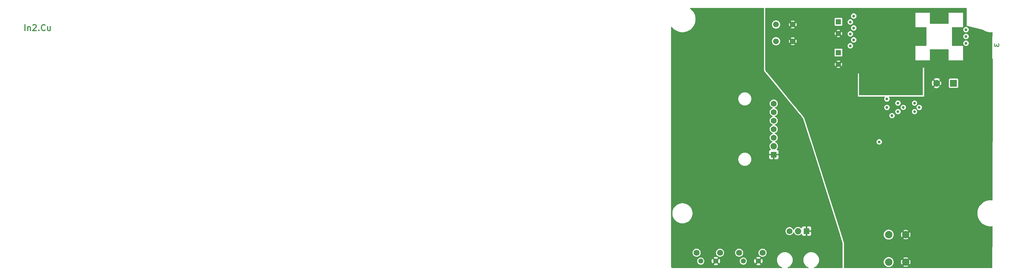
<source format=gbr>
%TF.GenerationSoftware,KiCad,Pcbnew,8.0.7-8.0.7-0~ubuntu24.04.1*%
%TF.CreationDate,2025-01-13T21:05:38-08:00*%
%TF.ProjectId,NX-J401-Adapter,4e582d4a-3430-4312-9d41-646170746572,4*%
%TF.SameCoordinates,Original*%
%TF.FileFunction,Copper,L3,Inr*%
%TF.FilePolarity,Positive*%
%FSLAX46Y46*%
G04 Gerber Fmt 4.6, Leading zero omitted, Abs format (unit mm)*
G04 Created by KiCad (PCBNEW 8.0.7-8.0.7-0~ubuntu24.04.1) date 2025-01-13 21:05:38*
%MOMM*%
%LPD*%
G01*
G04 APERTURE LIST*
%ADD10C,0.300000*%
%TA.AperFunction,NonConductor*%
%ADD11C,0.300000*%
%TD*%
%TA.AperFunction,ComponentPad*%
%ADD12R,1.600000X1.600000*%
%TD*%
%TA.AperFunction,ComponentPad*%
%ADD13C,1.600000*%
%TD*%
%TA.AperFunction,ComponentPad*%
%ADD14C,1.498600*%
%TD*%
%TA.AperFunction,ComponentPad*%
%ADD15C,1.803400*%
%TD*%
%TA.AperFunction,ComponentPad*%
%ADD16C,2.200000*%
%TD*%
%TA.AperFunction,ComponentPad*%
%ADD17R,1.778000X1.778000*%
%TD*%
%TA.AperFunction,ComponentPad*%
%ADD18C,1.905000*%
%TD*%
%TA.AperFunction,ComponentPad*%
%ADD19C,1.778000*%
%TD*%
%TA.AperFunction,ComponentPad*%
%ADD20R,2.000000X2.000000*%
%TD*%
%TA.AperFunction,ComponentPad*%
%ADD21C,2.000000*%
%TD*%
%TA.AperFunction,ComponentPad*%
%ADD22C,1.701800*%
%TD*%
%TA.AperFunction,ViaPad*%
%ADD23C,0.812800*%
%TD*%
%TA.AperFunction,ViaPad*%
%ADD24C,0.711200*%
%TD*%
G04 APERTURE END LIST*
D10*
D11*
G36*
X322432526Y-92259080D02*
G01*
X322507310Y-92253242D01*
X322581917Y-92232714D01*
X322646439Y-92197407D01*
X322683852Y-92165658D01*
X322731707Y-92109688D01*
X322770173Y-92046878D01*
X322799250Y-91977230D01*
X322811346Y-91935581D01*
X322817575Y-91935581D01*
X322829919Y-92010429D01*
X322851884Y-92085751D01*
X322886611Y-92157460D01*
X322926385Y-92209621D01*
X322987243Y-92258887D01*
X323059907Y-92289907D01*
X323135400Y-92302223D01*
X323162690Y-92303044D01*
X323241208Y-92296783D01*
X323314645Y-92278000D01*
X323383002Y-92246694D01*
X323396064Y-92238930D01*
X323456378Y-92192291D01*
X323508177Y-92132055D01*
X323547516Y-92066219D01*
X323559096Y-92041826D01*
X323585062Y-91970363D01*
X323603609Y-91889327D01*
X323613752Y-91810570D01*
X323617925Y-91737231D01*
X323618447Y-91698543D01*
X323616461Y-91623741D01*
X323608836Y-91537496D01*
X323595493Y-91455090D01*
X323576430Y-91376522D01*
X323551649Y-91301792D01*
X323537114Y-91265867D01*
X323269668Y-91265867D01*
X323299267Y-91333236D01*
X323323585Y-91402856D01*
X323341109Y-91468100D01*
X323356067Y-91545569D01*
X323364121Y-91618607D01*
X323365655Y-91664838D01*
X323362061Y-91743469D01*
X323349422Y-91816711D01*
X323318416Y-91889302D01*
X323308136Y-91902974D01*
X323248761Y-91949807D01*
X323177427Y-91969812D01*
X323145837Y-91971484D01*
X323073416Y-91957915D01*
X323042156Y-91939977D01*
X322995693Y-91878270D01*
X322978408Y-91829702D01*
X322964413Y-91755484D01*
X322958144Y-91676722D01*
X322956793Y-91610249D01*
X322956793Y-91496676D01*
X322704002Y-91496676D01*
X322704002Y-91612448D01*
X322701390Y-91692525D01*
X322692484Y-91765652D01*
X322677257Y-91823107D01*
X322640729Y-91890109D01*
X322603984Y-91922025D01*
X322533931Y-91945828D01*
X322497739Y-91948404D01*
X322424924Y-91936039D01*
X322369877Y-91898944D01*
X322335256Y-91832999D01*
X322324121Y-91755139D01*
X322323715Y-91734080D01*
X322329074Y-91657814D01*
X322346971Y-91584145D01*
X322361817Y-91548334D01*
X322396953Y-91479801D01*
X322436189Y-91414977D01*
X322217470Y-91268065D01*
X322176867Y-91332152D01*
X322141199Y-91403511D01*
X322113056Y-91474695D01*
X322090838Y-91553284D01*
X322077878Y-91631540D01*
X322071953Y-91707085D01*
X322070924Y-91757161D01*
X322074260Y-91840478D01*
X322084268Y-91917045D01*
X322104376Y-91997843D01*
X322133565Y-92069455D01*
X322165812Y-92123526D01*
X322217928Y-92182831D01*
X322279752Y-92225192D01*
X322351284Y-92250608D01*
X322432526Y-92259080D01*
G37*
D10*
D11*
X32624701Y-87396807D02*
X32624701Y-85618807D01*
X33471368Y-86211474D02*
X33471368Y-87396807D01*
X33471368Y-86380807D02*
X33556035Y-86296141D01*
X33556035Y-86296141D02*
X33725368Y-86211474D01*
X33725368Y-86211474D02*
X33979368Y-86211474D01*
X33979368Y-86211474D02*
X34148701Y-86296141D01*
X34148701Y-86296141D02*
X34233368Y-86465474D01*
X34233368Y-86465474D02*
X34233368Y-87396807D01*
X34995368Y-85788141D02*
X35080035Y-85703474D01*
X35080035Y-85703474D02*
X35249368Y-85618807D01*
X35249368Y-85618807D02*
X35672702Y-85618807D01*
X35672702Y-85618807D02*
X35842035Y-85703474D01*
X35842035Y-85703474D02*
X35926702Y-85788141D01*
X35926702Y-85788141D02*
X36011368Y-85957474D01*
X36011368Y-85957474D02*
X36011368Y-86126807D01*
X36011368Y-86126807D02*
X35926702Y-86380807D01*
X35926702Y-86380807D02*
X34910702Y-87396807D01*
X34910702Y-87396807D02*
X36011368Y-87396807D01*
X36773368Y-87227474D02*
X36858035Y-87312141D01*
X36858035Y-87312141D02*
X36773368Y-87396807D01*
X36773368Y-87396807D02*
X36688701Y-87312141D01*
X36688701Y-87312141D02*
X36773368Y-87227474D01*
X36773368Y-87227474D02*
X36773368Y-87396807D01*
X38636035Y-87227474D02*
X38551368Y-87312141D01*
X38551368Y-87312141D02*
X38297368Y-87396807D01*
X38297368Y-87396807D02*
X38128035Y-87396807D01*
X38128035Y-87396807D02*
X37874035Y-87312141D01*
X37874035Y-87312141D02*
X37704702Y-87142807D01*
X37704702Y-87142807D02*
X37620035Y-86973474D01*
X37620035Y-86973474D02*
X37535368Y-86634807D01*
X37535368Y-86634807D02*
X37535368Y-86380807D01*
X37535368Y-86380807D02*
X37620035Y-86042141D01*
X37620035Y-86042141D02*
X37704702Y-85872807D01*
X37704702Y-85872807D02*
X37874035Y-85703474D01*
X37874035Y-85703474D02*
X38128035Y-85618807D01*
X38128035Y-85618807D02*
X38297368Y-85618807D01*
X38297368Y-85618807D02*
X38551368Y-85703474D01*
X38551368Y-85703474D02*
X38636035Y-85788141D01*
X40160035Y-86211474D02*
X40160035Y-87396807D01*
X39398035Y-86211474D02*
X39398035Y-87142807D01*
X39398035Y-87142807D02*
X39482702Y-87312141D01*
X39482702Y-87312141D02*
X39652035Y-87396807D01*
X39652035Y-87396807D02*
X39906035Y-87396807D01*
X39906035Y-87396807D02*
X40075368Y-87312141D01*
X40075368Y-87312141D02*
X40160035Y-87227474D01*
D12*
%TO.N,/+18V_OUT*%
%TO.C,C2*%
X275590000Y-93980000D03*
D13*
%TO.N,GND*%
X275590000Y-97480000D03*
%TD*%
D14*
%TO.N,/~{REC}*%
%TO.C,SW1*%
X234478000Y-156285700D03*
%TO.N,/RTN*%
X238978001Y-156285700D03*
D15*
%TO.N,N/C*%
X233228001Y-153785824D03*
X240228000Y-153785824D03*
%TD*%
D12*
%TO.N,/+18V_OUT*%
%TO.C,C1*%
X275590000Y-84785200D03*
D13*
%TO.N,GND*%
X275590000Y-88285200D03*
%TD*%
D16*
%TO.N,/V_BAT*%
%TO.C,J4*%
X290601400Y-148365600D03*
X290601400Y-156565600D03*
%TO.N,GND*%
X295681400Y-148365600D03*
X295681400Y-156565600D03*
%TD*%
D17*
%TO.N,/RTN*%
%TO.C,J3*%
X266065000Y-147320000D03*
D18*
%TO.N,/UART2_RXD*%
X263525000Y-147320000D03*
D19*
%TO.N,/UART2_TXD*%
X260985000Y-147320000D03*
%TD*%
D14*
%TO.N,/~{SYS_RESET}*%
%TO.C,SW2*%
X247178000Y-156285700D03*
%TO.N,/RTN*%
X251678001Y-156285700D03*
D15*
%TO.N,N/C*%
X245928001Y-153785824D03*
X252928000Y-153785824D03*
%TD*%
D17*
%TO.N,/RTN*%
%TO.C,J2*%
X256272500Y-124460000D03*
D18*
%TO.N,/UART2_RXD*%
X256272500Y-121920000D03*
D19*
%TO.N,/UART2_TXD*%
X256272500Y-119380000D03*
%TO.N,/~{SYS_RESET}*%
X256272500Y-116840000D03*
%TO.N,/~{REC}*%
X256272500Y-114300000D03*
%TO.N,Net-(D4A-Red-K)*%
X256272500Y-111760000D03*
%TO.N,Net-(D4A-RedA)*%
X256272500Y-109220000D03*
%TD*%
D20*
%TO.N,/Power Supply/V_IN*%
%TO.C,C5*%
X309961677Y-103124000D03*
D21*
%TO.N,GND*%
X304961677Y-103124000D03*
%TD*%
D22*
%TO.N,/+18V_OUT*%
%TO.C,J1*%
X256946400Y-85594200D03*
X256946400Y-90594200D03*
%TO.N,GND*%
X261946400Y-85594200D03*
X261946400Y-90594200D03*
%TD*%
D23*
%TO.N,GND*%
X291592000Y-117221010D03*
X285242000Y-96266000D03*
X285241982Y-94234000D03*
X278130000Y-157353000D03*
D24*
X283438600Y-105359200D03*
X289052000Y-104266998D03*
D23*
X305714400Y-83515200D03*
X291605822Y-100813988D03*
X287782000Y-128778000D03*
X285242000Y-95250000D03*
X305714400Y-94843600D03*
X294995600Y-105410000D03*
X293624000Y-117221000D03*
%TO.N,/+18V_OUT*%
X279146000Y-91948000D03*
X279146000Y-84836000D03*
X280162000Y-86614000D03*
X280162000Y-83058000D03*
X280162000Y-90170000D03*
X279146000Y-88392000D03*
%TO.N,/Power Supply/V_IN*%
X294970204Y-110362988D03*
X313690000Y-89154000D03*
X298323000Y-111633000D03*
X313690000Y-87122000D03*
X298323034Y-109093000D03*
X299720008Y-110388408D03*
X313690000Y-91186000D03*
%TO.N,/V_BAT*%
X290068000Y-107848400D03*
X287782000Y-120650000D03*
X293370000Y-111633000D03*
X291592000Y-112828307D03*
X290068000Y-110388400D03*
X293370000Y-109067600D03*
%TD*%
%TA.AperFunction,Conductor*%
%TO.N,/RTN*%
G36*
X253302539Y-80665185D02*
G01*
X253348294Y-80717989D01*
X253359500Y-80769500D01*
X253359500Y-99079523D01*
X253360135Y-99101671D01*
X253360948Y-99115840D01*
X253362852Y-99137924D01*
X253377010Y-99260919D01*
X253377013Y-99260935D01*
X253384581Y-99304534D01*
X253384585Y-99304555D01*
X253391031Y-99332182D01*
X253403542Y-99374640D01*
X253403547Y-99374655D01*
X253442881Y-99484508D01*
X253442897Y-99484547D01*
X253460161Y-99525252D01*
X253460164Y-99525257D01*
X253472712Y-99550686D01*
X253472718Y-99550696D01*
X253494553Y-99589210D01*
X253494554Y-99589212D01*
X253561706Y-99693276D01*
X253574245Y-99711538D01*
X253582593Y-99722980D01*
X253596173Y-99740513D01*
X254323641Y-100626127D01*
X256784183Y-103621569D01*
X260256219Y-107848396D01*
X261257704Y-109067596D01*
X261459223Y-109312923D01*
X262342647Y-110388396D01*
X262544166Y-110633723D01*
X263364997Y-111632996D01*
X263566516Y-111878323D01*
X264346857Y-112828303D01*
X264548376Y-113073630D01*
X265068803Y-113707194D01*
X265091211Y-113748504D01*
X267274337Y-120649996D01*
X267311210Y-120766563D01*
X276041517Y-148365599D01*
X276078389Y-148482161D01*
X276848726Y-150917419D01*
X276854500Y-150954817D01*
X276854500Y-158244500D01*
X276834815Y-158311539D01*
X276782011Y-158357294D01*
X276730500Y-158368500D01*
X268376713Y-158368500D01*
X268309674Y-158348815D01*
X268263919Y-158296011D01*
X268253975Y-158226853D01*
X268283000Y-158163297D01*
X268329261Y-158129939D01*
X268500172Y-158059145D01*
X268500182Y-158059141D01*
X268765318Y-157906064D01*
X269008206Y-157719689D01*
X269224689Y-157503206D01*
X269411064Y-157260318D01*
X269564141Y-156995182D01*
X269572597Y-156974769D01*
X269681297Y-156712340D01*
X269681296Y-156712340D01*
X269681300Y-156712333D01*
X269760539Y-156416611D01*
X269800500Y-156113077D01*
X269800500Y-155806923D01*
X269760539Y-155503389D01*
X269681300Y-155207667D01*
X269639710Y-155107259D01*
X269564145Y-154924826D01*
X269564137Y-154924810D01*
X269411068Y-154659689D01*
X269411064Y-154659682D01*
X269224689Y-154416794D01*
X269224684Y-154416788D01*
X269008211Y-154200315D01*
X269008204Y-154200309D01*
X268765326Y-154013942D01*
X268765324Y-154013940D01*
X268765318Y-154013936D01*
X268765313Y-154013933D01*
X268765310Y-154013931D01*
X268500189Y-153860862D01*
X268500173Y-153860854D01*
X268217340Y-153743702D01*
X267921607Y-153664460D01*
X267618086Y-153624501D01*
X267618083Y-153624500D01*
X267618077Y-153624500D01*
X267311923Y-153624500D01*
X267311917Y-153624500D01*
X267311913Y-153624501D01*
X267008392Y-153664460D01*
X266712659Y-153743702D01*
X266429826Y-153860854D01*
X266429810Y-153860862D01*
X266164689Y-154013931D01*
X266164673Y-154013942D01*
X265921795Y-154200309D01*
X265921788Y-154200315D01*
X265705315Y-154416788D01*
X265705309Y-154416795D01*
X265518942Y-154659673D01*
X265518931Y-154659689D01*
X265365862Y-154924810D01*
X265365854Y-154924826D01*
X265248702Y-155207659D01*
X265169460Y-155503392D01*
X265129501Y-155806913D01*
X265129500Y-155806929D01*
X265129500Y-156113070D01*
X265129501Y-156113086D01*
X265160810Y-156350907D01*
X265169461Y-156416611D01*
X265226293Y-156628711D01*
X265248702Y-156712340D01*
X265365854Y-156995173D01*
X265365862Y-156995189D01*
X265518931Y-157260310D01*
X265518942Y-157260326D01*
X265705309Y-157503204D01*
X265705315Y-157503211D01*
X265921788Y-157719684D01*
X265921794Y-157719689D01*
X266164682Y-157906064D01*
X266164689Y-157906068D01*
X266429810Y-158059137D01*
X266429815Y-158059139D01*
X266429818Y-158059141D01*
X266429822Y-158059142D01*
X266429827Y-158059145D01*
X266600739Y-158129939D01*
X266655143Y-158173780D01*
X266677208Y-158240074D01*
X266659929Y-158307773D01*
X266608792Y-158355384D01*
X266553287Y-158368500D01*
X260496713Y-158368500D01*
X260429674Y-158348815D01*
X260383919Y-158296011D01*
X260373975Y-158226853D01*
X260403000Y-158163297D01*
X260449261Y-158129939D01*
X260620172Y-158059145D01*
X260620182Y-158059141D01*
X260885318Y-157906064D01*
X261128206Y-157719689D01*
X261344689Y-157503206D01*
X261531064Y-157260318D01*
X261684141Y-156995182D01*
X261692597Y-156974769D01*
X261801297Y-156712340D01*
X261801296Y-156712340D01*
X261801300Y-156712333D01*
X261880539Y-156416611D01*
X261920500Y-156113077D01*
X261920500Y-155806923D01*
X261880539Y-155503389D01*
X261801300Y-155207667D01*
X261759710Y-155107259D01*
X261684145Y-154924826D01*
X261684137Y-154924810D01*
X261531068Y-154659689D01*
X261531064Y-154659682D01*
X261344689Y-154416794D01*
X261344684Y-154416788D01*
X261128211Y-154200315D01*
X261128204Y-154200309D01*
X260885326Y-154013942D01*
X260885324Y-154013940D01*
X260885318Y-154013936D01*
X260885313Y-154013933D01*
X260885310Y-154013931D01*
X260620189Y-153860862D01*
X260620173Y-153860854D01*
X260337340Y-153743702D01*
X260041607Y-153664460D01*
X259738086Y-153624501D01*
X259738083Y-153624500D01*
X259738077Y-153624500D01*
X259431923Y-153624500D01*
X259431917Y-153624500D01*
X259431913Y-153624501D01*
X259128392Y-153664460D01*
X258832659Y-153743702D01*
X258549826Y-153860854D01*
X258549810Y-153860862D01*
X258284689Y-154013931D01*
X258284673Y-154013942D01*
X258041795Y-154200309D01*
X258041788Y-154200315D01*
X257825315Y-154416788D01*
X257825309Y-154416795D01*
X257638942Y-154659673D01*
X257638931Y-154659689D01*
X257485862Y-154924810D01*
X257485854Y-154924826D01*
X257368702Y-155207659D01*
X257289460Y-155503392D01*
X257249501Y-155806913D01*
X257249500Y-155806929D01*
X257249500Y-156113070D01*
X257249501Y-156113086D01*
X257280810Y-156350907D01*
X257289461Y-156416611D01*
X257346293Y-156628711D01*
X257368702Y-156712340D01*
X257485854Y-156995173D01*
X257485862Y-156995189D01*
X257638931Y-157260310D01*
X257638942Y-157260326D01*
X257825309Y-157503204D01*
X257825315Y-157503211D01*
X258041788Y-157719684D01*
X258041794Y-157719689D01*
X258284682Y-157906064D01*
X258284689Y-157906068D01*
X258549810Y-158059137D01*
X258549815Y-158059139D01*
X258549818Y-158059141D01*
X258549822Y-158059142D01*
X258549827Y-158059145D01*
X258720739Y-158129939D01*
X258775143Y-158173780D01*
X258797208Y-158240074D01*
X258779929Y-158307773D01*
X258728792Y-158355384D01*
X258673287Y-158368500D01*
X226096022Y-158368500D01*
X226096006Y-158368499D01*
X226024930Y-158368499D01*
X226008747Y-158367438D01*
X225934512Y-158357666D01*
X225903244Y-158349289D01*
X225841636Y-158323771D01*
X225813602Y-158307586D01*
X225760700Y-158266994D01*
X225737810Y-158244105D01*
X225724572Y-158226853D01*
X225697212Y-158191198D01*
X225681031Y-158163169D01*
X225655513Y-158101562D01*
X225647135Y-158070296D01*
X225637381Y-157996209D01*
X225636320Y-157980023D01*
X225636320Y-156285700D01*
X233418297Y-156285700D01*
X233438658Y-156492436D01*
X233498963Y-156691235D01*
X233596885Y-156874433D01*
X233596889Y-156874440D01*
X233728676Y-157035023D01*
X233889259Y-157166810D01*
X233889266Y-157166814D01*
X234072464Y-157264736D01*
X234072466Y-157264736D01*
X234072469Y-157264738D01*
X234271262Y-157325041D01*
X234271261Y-157325041D01*
X234289797Y-157326866D01*
X234478000Y-157345403D01*
X234684738Y-157325041D01*
X234883531Y-157264738D01*
X235066739Y-157166811D01*
X235227323Y-157035023D01*
X235359111Y-156874439D01*
X235457038Y-156691231D01*
X235517341Y-156492438D01*
X235537703Y-156285700D01*
X235537703Y-156285698D01*
X237723929Y-156285698D01*
X237723929Y-156285701D01*
X237742980Y-156503461D01*
X237742982Y-156503471D01*
X237799556Y-156714610D01*
X237799560Y-156714619D01*
X237891945Y-156912739D01*
X237935377Y-156974768D01*
X237935378Y-156974769D01*
X238498875Y-156411272D01*
X238516455Y-156476879D01*
X238581662Y-156589821D01*
X238673880Y-156682039D01*
X238786822Y-156747246D01*
X238852428Y-156764825D01*
X238288930Y-157328321D01*
X238288931Y-157328322D01*
X238350961Y-157371755D01*
X238549081Y-157464140D01*
X238549090Y-157464144D01*
X238760229Y-157520718D01*
X238760239Y-157520720D01*
X238977999Y-157539772D01*
X238978003Y-157539772D01*
X239195762Y-157520720D01*
X239195772Y-157520718D01*
X239406911Y-157464144D01*
X239406920Y-157464140D01*
X239605036Y-157371757D01*
X239667070Y-157328321D01*
X239103574Y-156764825D01*
X239169180Y-156747246D01*
X239282122Y-156682039D01*
X239374340Y-156589821D01*
X239439547Y-156476879D01*
X239457126Y-156411273D01*
X240020622Y-156974769D01*
X240064058Y-156912735D01*
X240156441Y-156714619D01*
X240156445Y-156714610D01*
X240213019Y-156503471D01*
X240213021Y-156503461D01*
X240232073Y-156285701D01*
X240232073Y-156285700D01*
X246118297Y-156285700D01*
X246138658Y-156492436D01*
X246198963Y-156691235D01*
X246296885Y-156874433D01*
X246296889Y-156874440D01*
X246428676Y-157035023D01*
X246589259Y-157166810D01*
X246589266Y-157166814D01*
X246772464Y-157264736D01*
X246772466Y-157264736D01*
X246772469Y-157264738D01*
X246971262Y-157325041D01*
X246971261Y-157325041D01*
X246989797Y-157326866D01*
X247178000Y-157345403D01*
X247384738Y-157325041D01*
X247583531Y-157264738D01*
X247766739Y-157166811D01*
X247927323Y-157035023D01*
X248059111Y-156874439D01*
X248157038Y-156691231D01*
X248217341Y-156492438D01*
X248237703Y-156285700D01*
X248237703Y-156285698D01*
X250423929Y-156285698D01*
X250423929Y-156285701D01*
X250442980Y-156503461D01*
X250442982Y-156503471D01*
X250499556Y-156714610D01*
X250499560Y-156714619D01*
X250591945Y-156912739D01*
X250635377Y-156974768D01*
X250635378Y-156974769D01*
X251198875Y-156411272D01*
X251216455Y-156476879D01*
X251281662Y-156589821D01*
X251373880Y-156682039D01*
X251486822Y-156747246D01*
X251552428Y-156764825D01*
X250988930Y-157328321D01*
X250988931Y-157328322D01*
X251050961Y-157371755D01*
X251249081Y-157464140D01*
X251249090Y-157464144D01*
X251460229Y-157520718D01*
X251460239Y-157520720D01*
X251677999Y-157539772D01*
X251678003Y-157539772D01*
X251895762Y-157520720D01*
X251895772Y-157520718D01*
X252106911Y-157464144D01*
X252106920Y-157464140D01*
X252305036Y-157371757D01*
X252367070Y-157328321D01*
X251803574Y-156764825D01*
X251869180Y-156747246D01*
X251982122Y-156682039D01*
X252074340Y-156589821D01*
X252139547Y-156476879D01*
X252157126Y-156411273D01*
X252720622Y-156974769D01*
X252764058Y-156912735D01*
X252856441Y-156714619D01*
X252856445Y-156714610D01*
X252913019Y-156503471D01*
X252913021Y-156503461D01*
X252932073Y-156285701D01*
X252932073Y-156285698D01*
X252913021Y-156067938D01*
X252913019Y-156067928D01*
X252856445Y-155856789D01*
X252856441Y-155856780D01*
X252764056Y-155658660D01*
X252720623Y-155596630D01*
X252720622Y-155596629D01*
X252157125Y-156160126D01*
X252139547Y-156094521D01*
X252074340Y-155981579D01*
X251982122Y-155889361D01*
X251869180Y-155824154D01*
X251803573Y-155806574D01*
X252367070Y-155243077D01*
X252367069Y-155243076D01*
X252305040Y-155199644D01*
X252106920Y-155107259D01*
X252106911Y-155107255D01*
X251895772Y-155050681D01*
X251895762Y-155050679D01*
X251678003Y-155031628D01*
X251677999Y-155031628D01*
X251460239Y-155050679D01*
X251460229Y-155050681D01*
X251249090Y-155107255D01*
X251249081Y-155107259D01*
X251050965Y-155199642D01*
X250988931Y-155243077D01*
X251552429Y-155806574D01*
X251486822Y-155824154D01*
X251373880Y-155889361D01*
X251281662Y-155981579D01*
X251216455Y-156094521D01*
X251198875Y-156160127D01*
X250635378Y-155596630D01*
X250591943Y-155658664D01*
X250499560Y-155856780D01*
X250499556Y-155856789D01*
X250442982Y-156067928D01*
X250442980Y-156067938D01*
X250423929Y-156285698D01*
X248237703Y-156285698D01*
X248217341Y-156078962D01*
X248157038Y-155880169D01*
X248157036Y-155880166D01*
X248157036Y-155880164D01*
X248059114Y-155696966D01*
X248059110Y-155696959D01*
X247927323Y-155536376D01*
X247766740Y-155404589D01*
X247766733Y-155404585D01*
X247583535Y-155306663D01*
X247484134Y-155276510D01*
X247384738Y-155246359D01*
X247384736Y-155246358D01*
X247384738Y-155246358D01*
X247178000Y-155225997D01*
X246971263Y-155246358D01*
X246772464Y-155306663D01*
X246589266Y-155404585D01*
X246589259Y-155404589D01*
X246428676Y-155536376D01*
X246296889Y-155696959D01*
X246296885Y-155696966D01*
X246198963Y-155880164D01*
X246138658Y-156078963D01*
X246118297Y-156285700D01*
X240232073Y-156285700D01*
X240232073Y-156285698D01*
X240213021Y-156067938D01*
X240213019Y-156067928D01*
X240156445Y-155856789D01*
X240156441Y-155856780D01*
X240064056Y-155658660D01*
X240020623Y-155596630D01*
X240020622Y-155596629D01*
X239457125Y-156160126D01*
X239439547Y-156094521D01*
X239374340Y-155981579D01*
X239282122Y-155889361D01*
X239169180Y-155824154D01*
X239103573Y-155806574D01*
X239667070Y-155243077D01*
X239667069Y-155243076D01*
X239605040Y-155199644D01*
X239406920Y-155107259D01*
X239406911Y-155107255D01*
X239195772Y-155050681D01*
X239195762Y-155050679D01*
X238978003Y-155031628D01*
X238977999Y-155031628D01*
X238760239Y-155050679D01*
X238760229Y-155050681D01*
X238549090Y-155107255D01*
X238549081Y-155107259D01*
X238350965Y-155199642D01*
X238288931Y-155243077D01*
X238852429Y-155806574D01*
X238786822Y-155824154D01*
X238673880Y-155889361D01*
X238581662Y-155981579D01*
X238516455Y-156094521D01*
X238498875Y-156160127D01*
X237935378Y-155596630D01*
X237891943Y-155658664D01*
X237799560Y-155856780D01*
X237799556Y-155856789D01*
X237742982Y-156067928D01*
X237742980Y-156067938D01*
X237723929Y-156285698D01*
X235537703Y-156285698D01*
X235517341Y-156078962D01*
X235457038Y-155880169D01*
X235457036Y-155880166D01*
X235457036Y-155880164D01*
X235359114Y-155696966D01*
X235359110Y-155696959D01*
X235227323Y-155536376D01*
X235066740Y-155404589D01*
X235066733Y-155404585D01*
X234883535Y-155306663D01*
X234784134Y-155276510D01*
X234684738Y-155246359D01*
X234684736Y-155246358D01*
X234684738Y-155246358D01*
X234478000Y-155225997D01*
X234271263Y-155246358D01*
X234072464Y-155306663D01*
X233889266Y-155404585D01*
X233889259Y-155404589D01*
X233728676Y-155536376D01*
X233596889Y-155696959D01*
X233596885Y-155696966D01*
X233498963Y-155880164D01*
X233438658Y-156078963D01*
X233418297Y-156285700D01*
X225636320Y-156285700D01*
X225636320Y-153785822D01*
X232016390Y-153785822D01*
X232016390Y-153785825D01*
X232034796Y-153996212D01*
X232034798Y-153996223D01*
X232089456Y-154200211D01*
X232089458Y-154200215D01*
X232089459Y-154200219D01*
X232089502Y-154200311D01*
X232178715Y-154391630D01*
X232178717Y-154391634D01*
X232299849Y-154564628D01*
X232299854Y-154564634D01*
X232449190Y-154713970D01*
X232449196Y-154713975D01*
X232622190Y-154835107D01*
X232622192Y-154835108D01*
X232622195Y-154835110D01*
X232813606Y-154924366D01*
X232813612Y-154924367D01*
X232813613Y-154924368D01*
X232862710Y-154937523D01*
X233017607Y-154979028D01*
X233167888Y-154992175D01*
X233227999Y-154997435D01*
X233228001Y-154997435D01*
X233228003Y-154997435D01*
X233280599Y-154992833D01*
X233438395Y-154979028D01*
X233642396Y-154924366D01*
X233833807Y-154835110D01*
X234006810Y-154713972D01*
X234156149Y-154564633D01*
X234277287Y-154391630D01*
X234366543Y-154200219D01*
X234421205Y-153996218D01*
X234439612Y-153785824D01*
X234439612Y-153785822D01*
X239016389Y-153785822D01*
X239016389Y-153785825D01*
X239034795Y-153996212D01*
X239034797Y-153996223D01*
X239089455Y-154200211D01*
X239089457Y-154200215D01*
X239089458Y-154200219D01*
X239089501Y-154200311D01*
X239178714Y-154391630D01*
X239178716Y-154391634D01*
X239299848Y-154564628D01*
X239299853Y-154564634D01*
X239449189Y-154713970D01*
X239449195Y-154713975D01*
X239622189Y-154835107D01*
X239622191Y-154835108D01*
X239622194Y-154835110D01*
X239813605Y-154924366D01*
X239813611Y-154924367D01*
X239813612Y-154924368D01*
X239862709Y-154937523D01*
X240017606Y-154979028D01*
X240167887Y-154992175D01*
X240227998Y-154997435D01*
X240228000Y-154997435D01*
X240228002Y-154997435D01*
X240280598Y-154992833D01*
X240438394Y-154979028D01*
X240642395Y-154924366D01*
X240833806Y-154835110D01*
X241006809Y-154713972D01*
X241156148Y-154564633D01*
X241277286Y-154391630D01*
X241366542Y-154200219D01*
X241421204Y-153996218D01*
X241439611Y-153785824D01*
X241439611Y-153785822D01*
X244716390Y-153785822D01*
X244716390Y-153785825D01*
X244734796Y-153996212D01*
X244734798Y-153996223D01*
X244789456Y-154200211D01*
X244789458Y-154200215D01*
X244789459Y-154200219D01*
X244789502Y-154200311D01*
X244878715Y-154391630D01*
X244878717Y-154391634D01*
X244999849Y-154564628D01*
X244999854Y-154564634D01*
X245149190Y-154713970D01*
X245149196Y-154713975D01*
X245322190Y-154835107D01*
X245322192Y-154835108D01*
X245322195Y-154835110D01*
X245513606Y-154924366D01*
X245513612Y-154924367D01*
X245513613Y-154924368D01*
X245562710Y-154937523D01*
X245717607Y-154979028D01*
X245867888Y-154992175D01*
X245927999Y-154997435D01*
X245928001Y-154997435D01*
X245928003Y-154997435D01*
X245980599Y-154992833D01*
X246138395Y-154979028D01*
X246342396Y-154924366D01*
X246533807Y-154835110D01*
X246706810Y-154713972D01*
X246856149Y-154564633D01*
X246977287Y-154391630D01*
X247066543Y-154200219D01*
X247121205Y-153996218D01*
X247139612Y-153785824D01*
X247139612Y-153785822D01*
X251716389Y-153785822D01*
X251716389Y-153785825D01*
X251734795Y-153996212D01*
X251734797Y-153996223D01*
X251789455Y-154200211D01*
X251789457Y-154200215D01*
X251789458Y-154200219D01*
X251789501Y-154200311D01*
X251878714Y-154391630D01*
X251878716Y-154391634D01*
X251999848Y-154564628D01*
X251999853Y-154564634D01*
X252149189Y-154713970D01*
X252149195Y-154713975D01*
X252322189Y-154835107D01*
X252322191Y-154835108D01*
X252322194Y-154835110D01*
X252513605Y-154924366D01*
X252513611Y-154924367D01*
X252513612Y-154924368D01*
X252562709Y-154937523D01*
X252717606Y-154979028D01*
X252867887Y-154992175D01*
X252927998Y-154997435D01*
X252928000Y-154997435D01*
X252928002Y-154997435D01*
X252980598Y-154992833D01*
X253138394Y-154979028D01*
X253342395Y-154924366D01*
X253533806Y-154835110D01*
X253706809Y-154713972D01*
X253856148Y-154564633D01*
X253977286Y-154391630D01*
X254066542Y-154200219D01*
X254121204Y-153996218D01*
X254139611Y-153785824D01*
X254121204Y-153575430D01*
X254066542Y-153371429D01*
X253977286Y-153180019D01*
X253856148Y-153007015D01*
X253706809Y-152857676D01*
X253706805Y-152857673D01*
X253706804Y-152857672D01*
X253533810Y-152736540D01*
X253533806Y-152736538D01*
X253533804Y-152736537D01*
X253342395Y-152647282D01*
X253342391Y-152647281D01*
X253342387Y-152647279D01*
X253138399Y-152592621D01*
X253138395Y-152592620D01*
X253138394Y-152592620D01*
X253138393Y-152592619D01*
X253138388Y-152592619D01*
X252928002Y-152574213D01*
X252927998Y-152574213D01*
X252717611Y-152592619D01*
X252717600Y-152592621D01*
X252513612Y-152647279D01*
X252513603Y-152647283D01*
X252322196Y-152736537D01*
X252322194Y-152736538D01*
X252149188Y-152857677D01*
X251999853Y-153007012D01*
X251878714Y-153180018D01*
X251878713Y-153180020D01*
X251789459Y-153371427D01*
X251789455Y-153371436D01*
X251734797Y-153575424D01*
X251734795Y-153575435D01*
X251716389Y-153785822D01*
X247139612Y-153785822D01*
X247121205Y-153575430D01*
X247066543Y-153371429D01*
X246977287Y-153180019D01*
X246856149Y-153007015D01*
X246706810Y-152857676D01*
X246706806Y-152857673D01*
X246706805Y-152857672D01*
X246533811Y-152736540D01*
X246533807Y-152736538D01*
X246533805Y-152736537D01*
X246342396Y-152647282D01*
X246342392Y-152647281D01*
X246342388Y-152647279D01*
X246138400Y-152592621D01*
X246138396Y-152592620D01*
X246138395Y-152592620D01*
X246138394Y-152592619D01*
X246138389Y-152592619D01*
X245928003Y-152574213D01*
X245927999Y-152574213D01*
X245717612Y-152592619D01*
X245717601Y-152592621D01*
X245513613Y-152647279D01*
X245513604Y-152647283D01*
X245322197Y-152736537D01*
X245322195Y-152736538D01*
X245149189Y-152857677D01*
X244999854Y-153007012D01*
X244878715Y-153180018D01*
X244878714Y-153180020D01*
X244789460Y-153371427D01*
X244789456Y-153371436D01*
X244734798Y-153575424D01*
X244734796Y-153575435D01*
X244716390Y-153785822D01*
X241439611Y-153785822D01*
X241421204Y-153575430D01*
X241366542Y-153371429D01*
X241277286Y-153180019D01*
X241156148Y-153007015D01*
X241006809Y-152857676D01*
X241006805Y-152857673D01*
X241006804Y-152857672D01*
X240833810Y-152736540D01*
X240833806Y-152736538D01*
X240833804Y-152736537D01*
X240642395Y-152647282D01*
X240642391Y-152647281D01*
X240642387Y-152647279D01*
X240438399Y-152592621D01*
X240438395Y-152592620D01*
X240438394Y-152592620D01*
X240438393Y-152592619D01*
X240438388Y-152592619D01*
X240228002Y-152574213D01*
X240227998Y-152574213D01*
X240017611Y-152592619D01*
X240017600Y-152592621D01*
X239813612Y-152647279D01*
X239813603Y-152647283D01*
X239622196Y-152736537D01*
X239622194Y-152736538D01*
X239449188Y-152857677D01*
X239299853Y-153007012D01*
X239178714Y-153180018D01*
X239178713Y-153180020D01*
X239089459Y-153371427D01*
X239089455Y-153371436D01*
X239034797Y-153575424D01*
X239034795Y-153575435D01*
X239016389Y-153785822D01*
X234439612Y-153785822D01*
X234421205Y-153575430D01*
X234366543Y-153371429D01*
X234277287Y-153180019D01*
X234156149Y-153007015D01*
X234006810Y-152857676D01*
X234006806Y-152857673D01*
X234006805Y-152857672D01*
X233833811Y-152736540D01*
X233833807Y-152736538D01*
X233833805Y-152736537D01*
X233642396Y-152647282D01*
X233642392Y-152647281D01*
X233642388Y-152647279D01*
X233438400Y-152592621D01*
X233438396Y-152592620D01*
X233438395Y-152592620D01*
X233438394Y-152592619D01*
X233438389Y-152592619D01*
X233228003Y-152574213D01*
X233227999Y-152574213D01*
X233017612Y-152592619D01*
X233017601Y-152592621D01*
X232813613Y-152647279D01*
X232813604Y-152647283D01*
X232622197Y-152736537D01*
X232622195Y-152736538D01*
X232449189Y-152857677D01*
X232299854Y-153007012D01*
X232178715Y-153180018D01*
X232178714Y-153180020D01*
X232089460Y-153371427D01*
X232089456Y-153371436D01*
X232034798Y-153575424D01*
X232034796Y-153575435D01*
X232016390Y-153785822D01*
X225636320Y-153785822D01*
X225636320Y-147319999D01*
X259785584Y-147319999D01*
X259785584Y-147320000D01*
X259806005Y-147540391D01*
X259866577Y-147753276D01*
X259866582Y-147753289D01*
X259965236Y-147951411D01*
X260097076Y-148125996D01*
X260098621Y-148128041D01*
X260262190Y-148277155D01*
X260262192Y-148277156D01*
X260262193Y-148277157D01*
X260450370Y-148393671D01*
X260450372Y-148393672D01*
X260450374Y-148393673D01*
X260656764Y-148473629D01*
X260874332Y-148514300D01*
X260874334Y-148514300D01*
X261095666Y-148514300D01*
X261095668Y-148514300D01*
X261313236Y-148473629D01*
X261519626Y-148393673D01*
X261707810Y-148277155D01*
X261871379Y-148128041D01*
X262004764Y-147951411D01*
X262103422Y-147753279D01*
X262103425Y-147753268D01*
X262105488Y-147747943D01*
X262107933Y-147748890D01*
X262139224Y-147699220D01*
X262202514Y-147669622D01*
X262271760Y-147678940D01*
X262324975Y-147724215D01*
X262337789Y-147749776D01*
X262338538Y-147751833D01*
X262338539Y-147751836D01*
X262339212Y-147753279D01*
X262431552Y-147951303D01*
X262431554Y-147951307D01*
X262557788Y-148131588D01*
X262713411Y-148287211D01*
X262893692Y-148413445D01*
X262893694Y-148413446D01*
X262893697Y-148413448D01*
X263093164Y-148506461D01*
X263305751Y-148563423D01*
X263481150Y-148578768D01*
X263524999Y-148582605D01*
X263525000Y-148582605D01*
X263525001Y-148582605D01*
X263561541Y-148579408D01*
X263744249Y-148563423D01*
X263956836Y-148506461D01*
X264156303Y-148413448D01*
X264336587Y-148287212D01*
X264389032Y-148234767D01*
X264464319Y-148159481D01*
X264525642Y-148125996D01*
X264595334Y-148130980D01*
X264651267Y-148172852D01*
X264675684Y-148238316D01*
X264676000Y-148247162D01*
X264676000Y-148256844D01*
X264682401Y-148316372D01*
X264682403Y-148316379D01*
X264732645Y-148451086D01*
X264732649Y-148451093D01*
X264818809Y-148566187D01*
X264818812Y-148566190D01*
X264933906Y-148652350D01*
X264933913Y-148652354D01*
X265068620Y-148702596D01*
X265068627Y-148702598D01*
X265128155Y-148708999D01*
X265128172Y-148709000D01*
X265815000Y-148709000D01*
X265815000Y-147791579D01*
X265859115Y-147817050D01*
X265994777Y-147853400D01*
X266135223Y-147853400D01*
X266270885Y-147817050D01*
X266315000Y-147791579D01*
X266315000Y-148709000D01*
X267001828Y-148709000D01*
X267001844Y-148708999D01*
X267061372Y-148702598D01*
X267061379Y-148702596D01*
X267196086Y-148652354D01*
X267196093Y-148652350D01*
X267311187Y-148566190D01*
X267311190Y-148566187D01*
X267397350Y-148451093D01*
X267397354Y-148451086D01*
X267447596Y-148316379D01*
X267447598Y-148316372D01*
X267453999Y-148256844D01*
X267454000Y-148256827D01*
X267454000Y-147570000D01*
X266536580Y-147570000D01*
X266562050Y-147525885D01*
X266598400Y-147390223D01*
X266598400Y-147249777D01*
X266562050Y-147114115D01*
X266536580Y-147070000D01*
X267454000Y-147070000D01*
X267454000Y-146383172D01*
X267453999Y-146383155D01*
X267447598Y-146323627D01*
X267447596Y-146323620D01*
X267397354Y-146188913D01*
X267397350Y-146188906D01*
X267311190Y-146073812D01*
X267311187Y-146073809D01*
X267196093Y-145987649D01*
X267196086Y-145987645D01*
X267061379Y-145937403D01*
X267061372Y-145937401D01*
X267001844Y-145931000D01*
X266315000Y-145931000D01*
X266315000Y-146848420D01*
X266270885Y-146822950D01*
X266135223Y-146786600D01*
X265994777Y-146786600D01*
X265859115Y-146822950D01*
X265815000Y-146848420D01*
X265815000Y-145931000D01*
X265128155Y-145931000D01*
X265068627Y-145937401D01*
X265068620Y-145937403D01*
X264933913Y-145987645D01*
X264933906Y-145987649D01*
X264818812Y-146073809D01*
X264818809Y-146073812D01*
X264732649Y-146188906D01*
X264732645Y-146188913D01*
X264682403Y-146323620D01*
X264682401Y-146323627D01*
X264676000Y-146383155D01*
X264676000Y-146392838D01*
X264656315Y-146459877D01*
X264603511Y-146505632D01*
X264534353Y-146515576D01*
X264470797Y-146486551D01*
X264464319Y-146480519D01*
X264336588Y-146352788D01*
X264156307Y-146226554D01*
X264156303Y-146226552D01*
X264156301Y-146226551D01*
X263956836Y-146133539D01*
X263956832Y-146133538D01*
X263956828Y-146133536D01*
X263744254Y-146076578D01*
X263744244Y-146076576D01*
X263525001Y-146057395D01*
X263524999Y-146057395D01*
X263305755Y-146076576D01*
X263305745Y-146076578D01*
X263093171Y-146133536D01*
X263093162Y-146133540D01*
X262893699Y-146226551D01*
X262893697Y-146226552D01*
X262713410Y-146352789D01*
X262557789Y-146508410D01*
X262431552Y-146688697D01*
X262431551Y-146688699D01*
X262338537Y-146888166D01*
X262337787Y-146890229D01*
X262337212Y-146891009D01*
X262336251Y-146893071D01*
X262335836Y-146892877D01*
X262296354Y-146946488D01*
X262231082Y-146971415D01*
X262162695Y-146957097D01*
X262112905Y-146908079D01*
X262106166Y-146891794D01*
X262105488Y-146892057D01*
X262103424Y-146886728D01*
X262103422Y-146886721D01*
X262004764Y-146688589D01*
X261871379Y-146511959D01*
X261707810Y-146362845D01*
X261707807Y-146362843D01*
X261707806Y-146362842D01*
X261519629Y-146246328D01*
X261519620Y-146246324D01*
X261364833Y-146186360D01*
X261313236Y-146166371D01*
X261095668Y-146125700D01*
X260874332Y-146125700D01*
X260656764Y-146166371D01*
X260656761Y-146166371D01*
X260656761Y-146166372D01*
X260450379Y-146246324D01*
X260450370Y-146246328D01*
X260262193Y-146362842D01*
X260098620Y-146511959D01*
X259965236Y-146688588D01*
X259866582Y-146886710D01*
X259866577Y-146886723D01*
X259806005Y-147099608D01*
X259785584Y-147319999D01*
X225636320Y-147319999D01*
X225636320Y-141831434D01*
X225998500Y-141831434D01*
X225998500Y-142168565D01*
X226036244Y-142503549D01*
X226036246Y-142503565D01*
X226111261Y-142832230D01*
X226111265Y-142832242D01*
X226222604Y-143150427D01*
X226222613Y-143150449D01*
X226368874Y-143454164D01*
X226368878Y-143454170D01*
X226548237Y-143739618D01*
X226758429Y-144003190D01*
X226996810Y-144241571D01*
X227260382Y-144451763D01*
X227495383Y-144599424D01*
X227545835Y-144631125D01*
X227849550Y-144777386D01*
X227849559Y-144777389D01*
X227849566Y-144777393D01*
X227849572Y-144777395D01*
X228167757Y-144888734D01*
X228167769Y-144888738D01*
X228496438Y-144963754D01*
X228831435Y-145001499D01*
X228831436Y-145001500D01*
X228831439Y-145001500D01*
X229168564Y-145001500D01*
X229168564Y-145001499D01*
X229503562Y-144963754D01*
X229832231Y-144888738D01*
X230150434Y-144777393D01*
X230454170Y-144631122D01*
X230739618Y-144451763D01*
X231003190Y-144241571D01*
X231241571Y-144003190D01*
X231451763Y-143739618D01*
X231631122Y-143454170D01*
X231777393Y-143150434D01*
X231888738Y-142832231D01*
X231963754Y-142503562D01*
X232001500Y-142168561D01*
X232001500Y-141831439D01*
X231963754Y-141496438D01*
X231888738Y-141167769D01*
X231777393Y-140849566D01*
X231777389Y-140849559D01*
X231777386Y-140849550D01*
X231631125Y-140545835D01*
X231631122Y-140545830D01*
X231451763Y-140260382D01*
X231241571Y-139996810D01*
X231003190Y-139758429D01*
X230739618Y-139548237D01*
X230454170Y-139368878D01*
X230454171Y-139368878D01*
X230454164Y-139368874D01*
X230150449Y-139222613D01*
X230150427Y-139222604D01*
X229832242Y-139111265D01*
X229832230Y-139111261D01*
X229503565Y-139036246D01*
X229503549Y-139036244D01*
X229168565Y-138998500D01*
X229168561Y-138998500D01*
X228831439Y-138998500D01*
X228831434Y-138998500D01*
X228496450Y-139036244D01*
X228496434Y-139036246D01*
X228167769Y-139111261D01*
X228167757Y-139111265D01*
X227849572Y-139222604D01*
X227849550Y-139222613D01*
X227545835Y-139368874D01*
X227260383Y-139548236D01*
X226996810Y-139758428D01*
X226758428Y-139996810D01*
X226548236Y-140260383D01*
X226368874Y-140545835D01*
X226222613Y-140849550D01*
X226222604Y-140849572D01*
X226111265Y-141167757D01*
X226111261Y-141167769D01*
X226036246Y-141496434D01*
X226036244Y-141496450D01*
X225998500Y-141831434D01*
X225636320Y-141831434D01*
X225636320Y-125731901D01*
X245678000Y-125731901D01*
X245678000Y-125988098D01*
X245678001Y-125988114D01*
X245711441Y-126242120D01*
X245777753Y-126489600D01*
X245875795Y-126726296D01*
X245875802Y-126726311D01*
X246003904Y-126948191D01*
X246159874Y-127151455D01*
X246159880Y-127151462D01*
X246341037Y-127332619D01*
X246341044Y-127332625D01*
X246544308Y-127488595D01*
X246766188Y-127616697D01*
X246766203Y-127616704D01*
X246888610Y-127667406D01*
X247002898Y-127714746D01*
X247250378Y-127781058D01*
X247504395Y-127814500D01*
X247504402Y-127814500D01*
X247760598Y-127814500D01*
X247760605Y-127814500D01*
X248014622Y-127781058D01*
X248262102Y-127714746D01*
X248498808Y-127616699D01*
X248720692Y-127488595D01*
X248923957Y-127332624D01*
X249105124Y-127151457D01*
X249261095Y-126948192D01*
X249389199Y-126726308D01*
X249487246Y-126489602D01*
X249553558Y-126242122D01*
X249587000Y-125988105D01*
X249587000Y-125731895D01*
X249553558Y-125477878D01*
X249487246Y-125230398D01*
X249389199Y-124993692D01*
X249389030Y-124993400D01*
X249261095Y-124771808D01*
X249105125Y-124568544D01*
X249105119Y-124568537D01*
X248923962Y-124387380D01*
X248923955Y-124387374D01*
X248720691Y-124231404D01*
X248498811Y-124103302D01*
X248498796Y-124103295D01*
X248262100Y-124005253D01*
X248014620Y-123938941D01*
X247760614Y-123905501D01*
X247760611Y-123905500D01*
X247760605Y-123905500D01*
X247504395Y-123905500D01*
X247504389Y-123905500D01*
X247504385Y-123905501D01*
X247250379Y-123938941D01*
X247002899Y-124005253D01*
X246766203Y-124103295D01*
X246766188Y-124103302D01*
X246544308Y-124231404D01*
X246341044Y-124387374D01*
X246341037Y-124387380D01*
X246159880Y-124568537D01*
X246159874Y-124568544D01*
X246003904Y-124771808D01*
X245875802Y-124993688D01*
X245875795Y-124993703D01*
X245777753Y-125230399D01*
X245711441Y-125477879D01*
X245678001Y-125731885D01*
X245678000Y-125731901D01*
X225636320Y-125731901D01*
X225636320Y-123523155D01*
X254883500Y-123523155D01*
X254883500Y-124210000D01*
X255800920Y-124210000D01*
X255775450Y-124254115D01*
X255739100Y-124389777D01*
X255739100Y-124530223D01*
X255775450Y-124665885D01*
X255800920Y-124710000D01*
X254883500Y-124710000D01*
X254883500Y-125396844D01*
X254889901Y-125456372D01*
X254889903Y-125456379D01*
X254940145Y-125591086D01*
X254940149Y-125591093D01*
X255026309Y-125706187D01*
X255026312Y-125706190D01*
X255141406Y-125792350D01*
X255141413Y-125792354D01*
X255276120Y-125842596D01*
X255276127Y-125842598D01*
X255335655Y-125848999D01*
X255335672Y-125849000D01*
X256022500Y-125849000D01*
X256022500Y-124931579D01*
X256066615Y-124957050D01*
X256202277Y-124993400D01*
X256342723Y-124993400D01*
X256478385Y-124957050D01*
X256522500Y-124931579D01*
X256522500Y-125849000D01*
X257209328Y-125849000D01*
X257209344Y-125848999D01*
X257268872Y-125842598D01*
X257268879Y-125842596D01*
X257403586Y-125792354D01*
X257403593Y-125792350D01*
X257518687Y-125706190D01*
X257518690Y-125706187D01*
X257604850Y-125591093D01*
X257604854Y-125591086D01*
X257655096Y-125456379D01*
X257655098Y-125456372D01*
X257661499Y-125396844D01*
X257661500Y-125396827D01*
X257661500Y-124710000D01*
X256744080Y-124710000D01*
X256769550Y-124665885D01*
X256805900Y-124530223D01*
X256805900Y-124389777D01*
X256769550Y-124254115D01*
X256744080Y-124210000D01*
X257661500Y-124210000D01*
X257661500Y-123523172D01*
X257661499Y-123523155D01*
X257655098Y-123463627D01*
X257655096Y-123463620D01*
X257604854Y-123328913D01*
X257604850Y-123328906D01*
X257518690Y-123213812D01*
X257518687Y-123213809D01*
X257403593Y-123127649D01*
X257403586Y-123127645D01*
X257268879Y-123077403D01*
X257268872Y-123077401D01*
X257209344Y-123071000D01*
X257199662Y-123071000D01*
X257132623Y-123051315D01*
X257086868Y-122998511D01*
X257076924Y-122929353D01*
X257105949Y-122865797D01*
X257111981Y-122859319D01*
X257239711Y-122731588D01*
X257365945Y-122551307D01*
X257365944Y-122551307D01*
X257365948Y-122551303D01*
X257458961Y-122351836D01*
X257515923Y-122139249D01*
X257535105Y-121920000D01*
X257515923Y-121700751D01*
X257458961Y-121488164D01*
X257365948Y-121288698D01*
X257239712Y-121108413D01*
X257239710Y-121108410D01*
X257084088Y-120952788D01*
X256903807Y-120826554D01*
X256903803Y-120826552D01*
X256901034Y-120825261D01*
X256704336Y-120733539D01*
X256704329Y-120733537D01*
X256699242Y-120731685D01*
X256699657Y-120730542D01*
X256645099Y-120697287D01*
X256614569Y-120634441D01*
X256622863Y-120565065D01*
X256667348Y-120511187D01*
X256692057Y-120498250D01*
X256807126Y-120453673D01*
X256995310Y-120337155D01*
X257158879Y-120188041D01*
X257292264Y-120011411D01*
X257390922Y-119813279D01*
X257451494Y-119600392D01*
X257471916Y-119380000D01*
X257451494Y-119159608D01*
X257390922Y-118946721D01*
X257292264Y-118748589D01*
X257158879Y-118571959D01*
X256995310Y-118422845D01*
X256995307Y-118422843D01*
X256995306Y-118422842D01*
X256807129Y-118306328D01*
X256807120Y-118306324D01*
X256721859Y-118273294D01*
X256600736Y-118226371D01*
X256600731Y-118226370D01*
X256598813Y-118225627D01*
X256543411Y-118183054D01*
X256519820Y-118117288D01*
X256535531Y-118049207D01*
X256585554Y-118000428D01*
X256598813Y-117994373D01*
X256600731Y-117993629D01*
X256600736Y-117993629D01*
X256807126Y-117913673D01*
X256995310Y-117797155D01*
X257158879Y-117648041D01*
X257292264Y-117471411D01*
X257390922Y-117273279D01*
X257451494Y-117060392D01*
X257471916Y-116840000D01*
X257451494Y-116619608D01*
X257390922Y-116406721D01*
X257292264Y-116208589D01*
X257158879Y-116031959D01*
X256995310Y-115882845D01*
X256995307Y-115882843D01*
X256995306Y-115882842D01*
X256807129Y-115766328D01*
X256807120Y-115766324D01*
X256721859Y-115733294D01*
X256600736Y-115686371D01*
X256600731Y-115686370D01*
X256598813Y-115685627D01*
X256543411Y-115643054D01*
X256519820Y-115577288D01*
X256535531Y-115509207D01*
X256585554Y-115460428D01*
X256598813Y-115454373D01*
X256600731Y-115453629D01*
X256600736Y-115453629D01*
X256807126Y-115373673D01*
X256995310Y-115257155D01*
X257158879Y-115108041D01*
X257292264Y-114931411D01*
X257390922Y-114733279D01*
X257451494Y-114520392D01*
X257471916Y-114300000D01*
X257451494Y-114079608D01*
X257390922Y-113866721D01*
X257292264Y-113668589D01*
X257158879Y-113491959D01*
X256995310Y-113342845D01*
X256995307Y-113342843D01*
X256995306Y-113342842D01*
X256807129Y-113226328D01*
X256807120Y-113226324D01*
X256719145Y-113192243D01*
X256600736Y-113146371D01*
X256600731Y-113146370D01*
X256598813Y-113145627D01*
X256543411Y-113103054D01*
X256519820Y-113037288D01*
X256535531Y-112969207D01*
X256585554Y-112920428D01*
X256598813Y-112914373D01*
X256600731Y-112913629D01*
X256600736Y-112913629D01*
X256807126Y-112833673D01*
X256995310Y-112717155D01*
X257158879Y-112568041D01*
X257292264Y-112391411D01*
X257390922Y-112193279D01*
X257451494Y-111980392D01*
X257471916Y-111760000D01*
X257451494Y-111539608D01*
X257390922Y-111326721D01*
X257386173Y-111317184D01*
X257342292Y-111229059D01*
X257292264Y-111128589D01*
X257158879Y-110951959D01*
X256995310Y-110802845D01*
X256995307Y-110802843D01*
X256995306Y-110802842D01*
X256807129Y-110686328D01*
X256807120Y-110686324D01*
X256688208Y-110640258D01*
X256600736Y-110606371D01*
X256600731Y-110606370D01*
X256598813Y-110605627D01*
X256543411Y-110563054D01*
X256519820Y-110497288D01*
X256535531Y-110429207D01*
X256585554Y-110380428D01*
X256598813Y-110374373D01*
X256600731Y-110373629D01*
X256600736Y-110373629D01*
X256807126Y-110293673D01*
X256995310Y-110177155D01*
X257158879Y-110028041D01*
X257292264Y-109851411D01*
X257390922Y-109653279D01*
X257451494Y-109440392D01*
X257471916Y-109220000D01*
X257451494Y-108999608D01*
X257390922Y-108786721D01*
X257386173Y-108777184D01*
X257329644Y-108663659D01*
X257292264Y-108588589D01*
X257158879Y-108411959D01*
X256995310Y-108262845D01*
X256995307Y-108262843D01*
X256995306Y-108262842D01*
X256807129Y-108146328D01*
X256807120Y-108146324D01*
X256652333Y-108086360D01*
X256600736Y-108066371D01*
X256383168Y-108025700D01*
X256161832Y-108025700D01*
X255944264Y-108066371D01*
X255944261Y-108066371D01*
X255944261Y-108066372D01*
X255737879Y-108146324D01*
X255737870Y-108146328D01*
X255549693Y-108262842D01*
X255386120Y-108411959D01*
X255252736Y-108588588D01*
X255154082Y-108786710D01*
X255154077Y-108786723D01*
X255093505Y-108999608D01*
X255073084Y-109219999D01*
X255073084Y-109220000D01*
X255093505Y-109440391D01*
X255154077Y-109653276D01*
X255154082Y-109653289D01*
X255252736Y-109851411D01*
X255341666Y-109969174D01*
X255386121Y-110028041D01*
X255549690Y-110177155D01*
X255549692Y-110177156D01*
X255549693Y-110177157D01*
X255737870Y-110293671D01*
X255737871Y-110293671D01*
X255737874Y-110293673D01*
X255944264Y-110373629D01*
X255944268Y-110373629D01*
X255946187Y-110374373D01*
X256001588Y-110416946D01*
X256025179Y-110482713D01*
X256009468Y-110550793D01*
X255959444Y-110599572D01*
X255946187Y-110605627D01*
X255944268Y-110606370D01*
X255944264Y-110606371D01*
X255776962Y-110671184D01*
X255737876Y-110686326D01*
X255737870Y-110686328D01*
X255549693Y-110802842D01*
X255386120Y-110951959D01*
X255252736Y-111128588D01*
X255154082Y-111326710D01*
X255154077Y-111326723D01*
X255093505Y-111539608D01*
X255073084Y-111759999D01*
X255073084Y-111760000D01*
X255093505Y-111980391D01*
X255154077Y-112193276D01*
X255154082Y-112193289D01*
X255252736Y-112391411D01*
X255344171Y-112512491D01*
X255386121Y-112568041D01*
X255549690Y-112717155D01*
X255549692Y-112717156D01*
X255549693Y-112717157D01*
X255737870Y-112833671D01*
X255737871Y-112833671D01*
X255737874Y-112833673D01*
X255944264Y-112913629D01*
X255944268Y-112913629D01*
X255946187Y-112914373D01*
X256001588Y-112956946D01*
X256025179Y-113022713D01*
X256009468Y-113090793D01*
X255959444Y-113139572D01*
X255946187Y-113145627D01*
X255944268Y-113146370D01*
X255944264Y-113146371D01*
X255776962Y-113211184D01*
X255737876Y-113226326D01*
X255737870Y-113226328D01*
X255549693Y-113342842D01*
X255386120Y-113491959D01*
X255252736Y-113668588D01*
X255154082Y-113866710D01*
X255154077Y-113866723D01*
X255093505Y-114079608D01*
X255073084Y-114299999D01*
X255073084Y-114300000D01*
X255093505Y-114520391D01*
X255154077Y-114733276D01*
X255154082Y-114733289D01*
X255252736Y-114931411D01*
X255386121Y-115108041D01*
X255549690Y-115257155D01*
X255549692Y-115257156D01*
X255549693Y-115257157D01*
X255737870Y-115373671D01*
X255737871Y-115373671D01*
X255737874Y-115373673D01*
X255944264Y-115453629D01*
X255944268Y-115453629D01*
X255946187Y-115454373D01*
X256001588Y-115496946D01*
X256025179Y-115562713D01*
X256009468Y-115630793D01*
X255959444Y-115679572D01*
X255946187Y-115685627D01*
X255944268Y-115686370D01*
X255944264Y-115686371D01*
X255776962Y-115751184D01*
X255737876Y-115766326D01*
X255737870Y-115766328D01*
X255549693Y-115882842D01*
X255386120Y-116031959D01*
X255252736Y-116208588D01*
X255154082Y-116406710D01*
X255154077Y-116406723D01*
X255093505Y-116619608D01*
X255073084Y-116839999D01*
X255073084Y-116840000D01*
X255093505Y-117060391D01*
X255154077Y-117273276D01*
X255154082Y-117273289D01*
X255252736Y-117471411D01*
X255386121Y-117648041D01*
X255549690Y-117797155D01*
X255549692Y-117797156D01*
X255549693Y-117797157D01*
X255737870Y-117913671D01*
X255737871Y-117913671D01*
X255737874Y-117913673D01*
X255944264Y-117993629D01*
X255944268Y-117993629D01*
X255946187Y-117994373D01*
X256001588Y-118036946D01*
X256025179Y-118102713D01*
X256009468Y-118170793D01*
X255959444Y-118219572D01*
X255946187Y-118225627D01*
X255944268Y-118226370D01*
X255944264Y-118226371D01*
X255776962Y-118291184D01*
X255737876Y-118306326D01*
X255737870Y-118306328D01*
X255549693Y-118422842D01*
X255386120Y-118571959D01*
X255252736Y-118748588D01*
X255154082Y-118946710D01*
X255154077Y-118946723D01*
X255093505Y-119159608D01*
X255073084Y-119379999D01*
X255073084Y-119380000D01*
X255093505Y-119600391D01*
X255154077Y-119813276D01*
X255154082Y-119813289D01*
X255252736Y-120011411D01*
X255386121Y-120188041D01*
X255549690Y-120337155D01*
X255549692Y-120337156D01*
X255549693Y-120337157D01*
X255737870Y-120453671D01*
X255737876Y-120453674D01*
X255737879Y-120453675D01*
X255852941Y-120498250D01*
X255908342Y-120540823D01*
X255931933Y-120606590D01*
X255916222Y-120674670D01*
X255866198Y-120723449D01*
X255845693Y-120731508D01*
X255845758Y-120731685D01*
X255840666Y-120733538D01*
X255840664Y-120733539D01*
X255840662Y-120733540D01*
X255641199Y-120826551D01*
X255641197Y-120826552D01*
X255460910Y-120952789D01*
X255305289Y-121108410D01*
X255179052Y-121288697D01*
X255179051Y-121288699D01*
X255086040Y-121488162D01*
X255086036Y-121488171D01*
X255029078Y-121700745D01*
X255029076Y-121700755D01*
X255009895Y-121919999D01*
X255009895Y-121920000D01*
X255029076Y-122139244D01*
X255029078Y-122139254D01*
X255086036Y-122351828D01*
X255086038Y-122351832D01*
X255086039Y-122351836D01*
X255179052Y-122551303D01*
X255179054Y-122551307D01*
X255305288Y-122731588D01*
X255433019Y-122859319D01*
X255466504Y-122920642D01*
X255461520Y-122990334D01*
X255419648Y-123046267D01*
X255354184Y-123070684D01*
X255345338Y-123071000D01*
X255335655Y-123071000D01*
X255276127Y-123077401D01*
X255276120Y-123077403D01*
X255141413Y-123127645D01*
X255141406Y-123127649D01*
X255026312Y-123213809D01*
X255026309Y-123213812D01*
X254940149Y-123328906D01*
X254940145Y-123328913D01*
X254889903Y-123463620D01*
X254889901Y-123463627D01*
X254883500Y-123523155D01*
X225636320Y-123523155D01*
X225636320Y-107691901D01*
X245678000Y-107691901D01*
X245678000Y-107948098D01*
X245678001Y-107948114D01*
X245711441Y-108202120D01*
X245777753Y-108449600D01*
X245875795Y-108686296D01*
X245875802Y-108686311D01*
X246003904Y-108908191D01*
X246159874Y-109111455D01*
X246159880Y-109111462D01*
X246341037Y-109292619D01*
X246341044Y-109292625D01*
X246544308Y-109448595D01*
X246766188Y-109576697D01*
X246766203Y-109576704D01*
X246888610Y-109627406D01*
X247002898Y-109674746D01*
X247250378Y-109741058D01*
X247504395Y-109774500D01*
X247504402Y-109774500D01*
X247760598Y-109774500D01*
X247760605Y-109774500D01*
X248014622Y-109741058D01*
X248262102Y-109674746D01*
X248498808Y-109576699D01*
X248720692Y-109448595D01*
X248923957Y-109292624D01*
X249105124Y-109111457D01*
X249261095Y-108908192D01*
X249389199Y-108686308D01*
X249487246Y-108449602D01*
X249553558Y-108202122D01*
X249587000Y-107948105D01*
X249587000Y-107691895D01*
X249553558Y-107437878D01*
X249487246Y-107190398D01*
X249389199Y-106953692D01*
X249261095Y-106731808D01*
X249105124Y-106528543D01*
X249105119Y-106528537D01*
X248923962Y-106347380D01*
X248923955Y-106347374D01*
X248720691Y-106191404D01*
X248498811Y-106063302D01*
X248498796Y-106063295D01*
X248262100Y-105965253D01*
X248014620Y-105898941D01*
X247760614Y-105865501D01*
X247760611Y-105865500D01*
X247760605Y-105865500D01*
X247504395Y-105865500D01*
X247504389Y-105865500D01*
X247504385Y-105865501D01*
X247250379Y-105898941D01*
X247002899Y-105965253D01*
X246766203Y-106063295D01*
X246766188Y-106063302D01*
X246544308Y-106191404D01*
X246341044Y-106347374D01*
X246341037Y-106347380D01*
X246159880Y-106528537D01*
X246159874Y-106528544D01*
X246003904Y-106731808D01*
X245875802Y-106953688D01*
X245875795Y-106953703D01*
X245777753Y-107190399D01*
X245711441Y-107437879D01*
X245678001Y-107691885D01*
X245678000Y-107691901D01*
X225636320Y-107691901D01*
X225636320Y-86377386D01*
X225656005Y-86310347D01*
X225708809Y-86264592D01*
X225777967Y-86254648D01*
X225841523Y-86283673D01*
X225863423Y-86308496D01*
X225871349Y-86320359D01*
X225871356Y-86320368D01*
X226113857Y-86615856D01*
X226384143Y-86886142D01*
X226384148Y-86886146D01*
X226384149Y-86886147D01*
X226679637Y-87128648D01*
X226997471Y-87341018D01*
X226997480Y-87341023D01*
X226997482Y-87341024D01*
X227334583Y-87521208D01*
X227334585Y-87521208D01*
X227334591Y-87521212D01*
X227687749Y-87667495D01*
X228053546Y-87778458D01*
X228053552Y-87778459D01*
X228053555Y-87778460D01*
X228053566Y-87778463D01*
X228288651Y-87825223D01*
X228428457Y-87853032D01*
X228808872Y-87890500D01*
X228808875Y-87890500D01*
X229191125Y-87890500D01*
X229191128Y-87890500D01*
X229571543Y-87853032D01*
X229757112Y-87816120D01*
X229946433Y-87778463D01*
X229946444Y-87778460D01*
X229946444Y-87778459D01*
X229946454Y-87778458D01*
X230312251Y-87667495D01*
X230665409Y-87521212D01*
X231002529Y-87341018D01*
X231320363Y-87128648D01*
X231615851Y-86886147D01*
X231886147Y-86615851D01*
X232128648Y-86320363D01*
X232341018Y-86002529D01*
X232521212Y-85665409D01*
X232667495Y-85312251D01*
X232778458Y-84946454D01*
X232778460Y-84946444D01*
X232778463Y-84946433D01*
X232816120Y-84757112D01*
X232853032Y-84571543D01*
X232890500Y-84191128D01*
X232890500Y-83808872D01*
X232853032Y-83428457D01*
X232825223Y-83288651D01*
X232778463Y-83053566D01*
X232778460Y-83053555D01*
X232778459Y-83053552D01*
X232778458Y-83053546D01*
X232667495Y-82687749D01*
X232521212Y-82334591D01*
X232341018Y-81997471D01*
X232128648Y-81679637D01*
X231886147Y-81384149D01*
X231886146Y-81384148D01*
X231886142Y-81384143D01*
X231615856Y-81113857D01*
X231320368Y-80871356D01*
X231317914Y-80869536D01*
X231318740Y-80868421D01*
X231277429Y-80818990D01*
X231268722Y-80749665D01*
X231298877Y-80686637D01*
X231358320Y-80649918D01*
X231391125Y-80645500D01*
X253235500Y-80645500D01*
X253302539Y-80665185D01*
G37*
%TD.AperFunction*%
%TD*%
%TA.AperFunction,Conductor*%
%TO.N,GND*%
G36*
X285851600Y-98348800D02*
G01*
X305816000Y-98399600D01*
X305756022Y-101848311D01*
X305566291Y-101745635D01*
X305566280Y-101745630D01*
X305331170Y-101664916D01*
X305085970Y-101624000D01*
X304837384Y-101624000D01*
X304592183Y-101664916D01*
X304357073Y-101745630D01*
X304357062Y-101745635D01*
X304138447Y-101863943D01*
X304091620Y-101900389D01*
X304832268Y-102641037D01*
X304768684Y-102658075D01*
X304654670Y-102723901D01*
X304561578Y-102816993D01*
X304495752Y-102931007D01*
X304478714Y-102994590D01*
X303738240Y-102254117D01*
X303637944Y-102407633D01*
X303637942Y-102407637D01*
X303538089Y-102635282D01*
X303477064Y-102876261D01*
X303477062Y-102876270D01*
X303456536Y-103123994D01*
X303456536Y-103124005D01*
X303477062Y-103371729D01*
X303477064Y-103371738D01*
X303538089Y-103612717D01*
X303637944Y-103840367D01*
X303738239Y-103993881D01*
X304478714Y-103253408D01*
X304495752Y-103316993D01*
X304561578Y-103431007D01*
X304654670Y-103524099D01*
X304768684Y-103589925D01*
X304832266Y-103606962D01*
X304091620Y-104347609D01*
X304138445Y-104384055D01*
X304138448Y-104384057D01*
X304357062Y-104502364D01*
X304357073Y-104502369D01*
X304592183Y-104583083D01*
X304837384Y-104624000D01*
X305026853Y-104624000D01*
X301193200Y-106756200D01*
X301176828Y-106756176D01*
X301167800Y-98501200D01*
X300796023Y-98501200D01*
X300796023Y-106619500D01*
X300776338Y-106686539D01*
X300723534Y-106732294D01*
X300672023Y-106743500D01*
X292404800Y-106743500D01*
X283616400Y-106730800D01*
X283616400Y-93218000D01*
X285851600Y-93167200D01*
X285851600Y-98348800D01*
G37*
%TD.AperFunction*%
%TD*%
%TA.AperFunction,Conductor*%
%TO.N,GND*%
G36*
X313887039Y-80665185D02*
G01*
X313932794Y-80717989D01*
X313944000Y-80769500D01*
X313944000Y-85979000D01*
X318739835Y-87177958D01*
X318778647Y-87195152D01*
X318996951Y-87341018D01*
X318996960Y-87341023D01*
X318996962Y-87341024D01*
X319334063Y-87521208D01*
X319334065Y-87521208D01*
X319334071Y-87521212D01*
X319687229Y-87667495D01*
X320053026Y-87778458D01*
X320053032Y-87778459D01*
X320053035Y-87778460D01*
X320053046Y-87778463D01*
X320288131Y-87825223D01*
X320427937Y-87853032D01*
X320808352Y-87890500D01*
X320808355Y-87890500D01*
X321190605Y-87890500D01*
X321190608Y-87890500D01*
X321455738Y-87864386D01*
X321497964Y-87867491D01*
X321516027Y-87872006D01*
X321547036Y-87879759D01*
X321607299Y-87915113D01*
X321638882Y-87977437D01*
X321640961Y-87999653D01*
X321644312Y-89029597D01*
X321624846Y-89096700D01*
X321597098Y-89120901D01*
X321564000Y-89154000D01*
X321564000Y-95758000D01*
X321572892Y-95766892D01*
X321609648Y-95777685D01*
X321655403Y-95830489D01*
X321666608Y-95881597D01*
X321690993Y-103376120D01*
X321690993Y-103376242D01*
X321690994Y-103376242D01*
X321690998Y-103378000D01*
X321690996Y-103379524D01*
X321690996Y-103379683D01*
X321690996Y-103379758D01*
X321611920Y-138014465D01*
X321592082Y-138081459D01*
X321539174Y-138127094D01*
X321475766Y-138137585D01*
X321260732Y-138116406D01*
X321190608Y-138109500D01*
X320808352Y-138109500D01*
X320722588Y-138117947D01*
X320427947Y-138146966D01*
X320427930Y-138146969D01*
X320053046Y-138221536D01*
X320053035Y-138221539D01*
X319687227Y-138332505D01*
X319334068Y-138478789D01*
X319334063Y-138478791D01*
X318996962Y-138658975D01*
X318996944Y-138658986D01*
X318679125Y-138871346D01*
X318679111Y-138871356D01*
X318383623Y-139113857D01*
X318113337Y-139384143D01*
X317870836Y-139679631D01*
X317870826Y-139679645D01*
X317658466Y-139997464D01*
X317658455Y-139997482D01*
X317478271Y-140334583D01*
X317478269Y-140334588D01*
X317331985Y-140687747D01*
X317221019Y-141053555D01*
X317221016Y-141053566D01*
X317146449Y-141428450D01*
X317146446Y-141428467D01*
X317108980Y-141808875D01*
X317108980Y-142191124D01*
X317146446Y-142571532D01*
X317146449Y-142571549D01*
X317221016Y-142946433D01*
X317221019Y-142946444D01*
X317331985Y-143312252D01*
X317478269Y-143665411D01*
X317478271Y-143665416D01*
X317658455Y-144002517D01*
X317658466Y-144002535D01*
X317870826Y-144320354D01*
X317870836Y-144320368D01*
X318113337Y-144615856D01*
X318383623Y-144886142D01*
X318383628Y-144886146D01*
X318383629Y-144886147D01*
X318679117Y-145128648D01*
X318996951Y-145341018D01*
X318996960Y-145341023D01*
X318996962Y-145341024D01*
X319334063Y-145521208D01*
X319334065Y-145521208D01*
X319334071Y-145521212D01*
X319687229Y-145667495D01*
X320053026Y-145778458D01*
X320053032Y-145778459D01*
X320053035Y-145778460D01*
X320053046Y-145778463D01*
X320288131Y-145825223D01*
X320427937Y-145853032D01*
X320808352Y-145890500D01*
X320808355Y-145890500D01*
X321190604Y-145890500D01*
X321190608Y-145890500D01*
X321457564Y-145864206D01*
X321526208Y-145877225D01*
X321576918Y-145925289D01*
X321593716Y-145987892D01*
X321565732Y-158244783D01*
X321545894Y-158311777D01*
X321492986Y-158357412D01*
X321441732Y-158368500D01*
X277365000Y-158368500D01*
X277297961Y-158348815D01*
X277252206Y-158296011D01*
X277241000Y-158244500D01*
X277241000Y-156565594D01*
X289114823Y-156565594D01*
X289114823Y-156565605D01*
X289135096Y-156810274D01*
X289135098Y-156810286D01*
X289195369Y-157048291D01*
X289293994Y-157273131D01*
X289428279Y-157478671D01*
X289428282Y-157478674D01*
X289594569Y-157659310D01*
X289788319Y-157810112D01*
X290004249Y-157926968D01*
X290236467Y-158006688D01*
X290478639Y-158047100D01*
X290478640Y-158047100D01*
X290724160Y-158047100D01*
X290724161Y-158047100D01*
X290966333Y-158006688D01*
X291198551Y-157926968D01*
X291414481Y-157810112D01*
X291608231Y-157659310D01*
X291774518Y-157478674D01*
X291908805Y-157273132D01*
X292007430Y-157048291D01*
X292067702Y-156810283D01*
X292068752Y-156797615D01*
X292087977Y-156565605D01*
X292087977Y-156565594D01*
X292087977Y-156565593D01*
X294271785Y-156565593D01*
X294271785Y-156565606D01*
X294291008Y-156797607D01*
X294291010Y-156797615D01*
X294348162Y-157023302D01*
X294441680Y-157236502D01*
X294489021Y-157308963D01*
X295137439Y-156660547D01*
X295168882Y-156777892D01*
X295241290Y-156903308D01*
X295343692Y-157005710D01*
X295469108Y-157078118D01*
X295586451Y-157109560D01*
X294936314Y-157759697D01*
X294936314Y-157759699D01*
X295115153Y-157856483D01*
X295115171Y-157856490D01*
X295335357Y-157932080D01*
X295564995Y-157970400D01*
X295797805Y-157970400D01*
X296027442Y-157932080D01*
X296247634Y-157856488D01*
X296247636Y-157856487D01*
X296426484Y-157759699D01*
X296426484Y-157759697D01*
X295776349Y-157109560D01*
X295893692Y-157078118D01*
X296019108Y-157005710D01*
X296121510Y-156903308D01*
X296193918Y-156777892D01*
X296225360Y-156660548D01*
X296873776Y-157308964D01*
X296921116Y-157236506D01*
X296921121Y-157236498D01*
X297014637Y-157023302D01*
X297071789Y-156797615D01*
X297071791Y-156797607D01*
X297091015Y-156565606D01*
X297091015Y-156565593D01*
X297071791Y-156333592D01*
X297071789Y-156333584D01*
X297014637Y-156107897D01*
X296921120Y-155894700D01*
X296873776Y-155822234D01*
X296225360Y-156470650D01*
X296193918Y-156353308D01*
X296121510Y-156227892D01*
X296019108Y-156125490D01*
X295893692Y-156053082D01*
X295776348Y-156021639D01*
X296426484Y-155371501D01*
X296247637Y-155274712D01*
X296247631Y-155274710D01*
X296027442Y-155199119D01*
X295797805Y-155160800D01*
X295564995Y-155160800D01*
X295335357Y-155199119D01*
X295115168Y-155274710D01*
X295115162Y-155274712D01*
X294936314Y-155371501D01*
X295586452Y-156021639D01*
X295469108Y-156053082D01*
X295343692Y-156125490D01*
X295241290Y-156227892D01*
X295168882Y-156353308D01*
X295137439Y-156470652D01*
X294489022Y-155822235D01*
X294441680Y-155894698D01*
X294441678Y-155894702D01*
X294348162Y-156107897D01*
X294291010Y-156333584D01*
X294291008Y-156333592D01*
X294271785Y-156565593D01*
X292087977Y-156565593D01*
X292067703Y-156320925D01*
X292067701Y-156320913D01*
X292007430Y-156082908D01*
X291908805Y-155858068D01*
X291774520Y-155652528D01*
X291755610Y-155631987D01*
X291608231Y-155471890D01*
X291608226Y-155471886D01*
X291608224Y-155471884D01*
X291520377Y-155403510D01*
X291414481Y-155321088D01*
X291414480Y-155321087D01*
X291198552Y-155204232D01*
X291198547Y-155204230D01*
X290966335Y-155124512D01*
X290804885Y-155097570D01*
X290724161Y-155084100D01*
X290478639Y-155084100D01*
X290418096Y-155094203D01*
X290236464Y-155124512D01*
X290004252Y-155204230D01*
X290004247Y-155204232D01*
X289788319Y-155321087D01*
X289788315Y-155321091D01*
X289594575Y-155471884D01*
X289594572Y-155471887D01*
X289428279Y-155652528D01*
X289293994Y-155858068D01*
X289195369Y-156082908D01*
X289135098Y-156320913D01*
X289135096Y-156320925D01*
X289114823Y-156565594D01*
X277241000Y-156565594D01*
X277241000Y-150974044D01*
X277241000Y-150974040D01*
X277241000Y-150876000D01*
X276446892Y-148365594D01*
X289114823Y-148365594D01*
X289114823Y-148365605D01*
X289135096Y-148610274D01*
X289135098Y-148610286D01*
X289195369Y-148848291D01*
X289293994Y-149073131D01*
X289428279Y-149278671D01*
X289428282Y-149278674D01*
X289594569Y-149459310D01*
X289788319Y-149610112D01*
X290004249Y-149726968D01*
X290236467Y-149806688D01*
X290478639Y-149847100D01*
X290478640Y-149847100D01*
X290724160Y-149847100D01*
X290724161Y-149847100D01*
X290966333Y-149806688D01*
X291198551Y-149726968D01*
X291414481Y-149610112D01*
X291608231Y-149459310D01*
X291774518Y-149278674D01*
X291908805Y-149073132D01*
X292007430Y-148848291D01*
X292067702Y-148610283D01*
X292068752Y-148597615D01*
X292087977Y-148365605D01*
X292087977Y-148365594D01*
X292087977Y-148365593D01*
X294271785Y-148365593D01*
X294271785Y-148365606D01*
X294291008Y-148597607D01*
X294291010Y-148597615D01*
X294348162Y-148823302D01*
X294441680Y-149036502D01*
X294489021Y-149108963D01*
X295137439Y-148460547D01*
X295168882Y-148577892D01*
X295241290Y-148703308D01*
X295343692Y-148805710D01*
X295469108Y-148878118D01*
X295586451Y-148909560D01*
X294936314Y-149559697D01*
X294936314Y-149559699D01*
X295115153Y-149656483D01*
X295115171Y-149656490D01*
X295335357Y-149732080D01*
X295564995Y-149770400D01*
X295797805Y-149770400D01*
X296027442Y-149732080D01*
X296247634Y-149656488D01*
X296247636Y-149656487D01*
X296426484Y-149559699D01*
X296426484Y-149559697D01*
X295776349Y-148909560D01*
X295893692Y-148878118D01*
X296019108Y-148805710D01*
X296121510Y-148703308D01*
X296193918Y-148577892D01*
X296225360Y-148460548D01*
X296873776Y-149108964D01*
X296921116Y-149036506D01*
X296921121Y-149036498D01*
X297014637Y-148823302D01*
X297071789Y-148597615D01*
X297071791Y-148597607D01*
X297091015Y-148365606D01*
X297091015Y-148365593D01*
X297071791Y-148133592D01*
X297071789Y-148133584D01*
X297014637Y-147907897D01*
X296921120Y-147694700D01*
X296873776Y-147622234D01*
X296225360Y-148270650D01*
X296193918Y-148153308D01*
X296121510Y-148027892D01*
X296019108Y-147925490D01*
X295893692Y-147853082D01*
X295776348Y-147821639D01*
X296426484Y-147171501D01*
X296247637Y-147074712D01*
X296247631Y-147074710D01*
X296027442Y-146999119D01*
X295797805Y-146960800D01*
X295564995Y-146960800D01*
X295335357Y-146999119D01*
X295115168Y-147074710D01*
X295115162Y-147074712D01*
X294936314Y-147171501D01*
X295586452Y-147821639D01*
X295469108Y-147853082D01*
X295343692Y-147925490D01*
X295241290Y-148027892D01*
X295168882Y-148153308D01*
X295137439Y-148270652D01*
X294489022Y-147622235D01*
X294441680Y-147694698D01*
X294441678Y-147694702D01*
X294348162Y-147907897D01*
X294291010Y-148133584D01*
X294291008Y-148133592D01*
X294271785Y-148365593D01*
X292087977Y-148365593D01*
X292067703Y-148120925D01*
X292067701Y-148120913D01*
X292007430Y-147882908D01*
X291908805Y-147658068D01*
X291774520Y-147452528D01*
X291755610Y-147431987D01*
X291608231Y-147271890D01*
X291608226Y-147271886D01*
X291608224Y-147271884D01*
X291479251Y-147171501D01*
X291414481Y-147121088D01*
X291414480Y-147121087D01*
X291198552Y-147004232D01*
X291198547Y-147004230D01*
X290966335Y-146924512D01*
X290804885Y-146897570D01*
X290724161Y-146884100D01*
X290478639Y-146884100D01*
X290418096Y-146894203D01*
X290236464Y-146924512D01*
X290004252Y-147004230D01*
X290004247Y-147004232D01*
X289788319Y-147121087D01*
X289788315Y-147121091D01*
X289594575Y-147271884D01*
X289594572Y-147271887D01*
X289428279Y-147452528D01*
X289293994Y-147658068D01*
X289195369Y-147882908D01*
X289135098Y-148120913D01*
X289135096Y-148120925D01*
X289114823Y-148365594D01*
X276446892Y-148365594D01*
X267679713Y-120649996D01*
X286989115Y-120649996D01*
X286989115Y-120650003D01*
X287008992Y-120826425D01*
X287008993Y-120826431D01*
X287067634Y-120994019D01*
X287067635Y-120994020D01*
X287162098Y-121144356D01*
X287287644Y-121269902D01*
X287437980Y-121364365D01*
X287605566Y-121423006D01*
X287605572Y-121423006D01*
X287605574Y-121423007D01*
X287781996Y-121442885D01*
X287782000Y-121442885D01*
X287782004Y-121442885D01*
X287958425Y-121423007D01*
X287958424Y-121423007D01*
X287958434Y-121423006D01*
X288126020Y-121364365D01*
X288276356Y-121269902D01*
X288401902Y-121144356D01*
X288496365Y-120994020D01*
X288555006Y-120826434D01*
X288574885Y-120650000D01*
X288571181Y-120617129D01*
X288555007Y-120473574D01*
X288555006Y-120473568D01*
X288555006Y-120473566D01*
X288496365Y-120305980D01*
X288401902Y-120155644D01*
X288276356Y-120030098D01*
X288276355Y-120030097D01*
X288126019Y-119935634D01*
X287958431Y-119876993D01*
X287958425Y-119876992D01*
X287782004Y-119857115D01*
X287781996Y-119857115D01*
X287605574Y-119876992D01*
X287605568Y-119876993D01*
X287437980Y-119935634D01*
X287287644Y-120030097D01*
X287162097Y-120155644D01*
X287067634Y-120305980D01*
X287008993Y-120473568D01*
X287008992Y-120473574D01*
X286989115Y-120649996D01*
X267679713Y-120649996D01*
X265430000Y-113538000D01*
X264847035Y-112828303D01*
X290799115Y-112828303D01*
X290799115Y-112828310D01*
X290818992Y-113004732D01*
X290818993Y-113004738D01*
X290877634Y-113172326D01*
X290877635Y-113172327D01*
X290972098Y-113322663D01*
X291097644Y-113448209D01*
X291247980Y-113542672D01*
X291415566Y-113601313D01*
X291415572Y-113601313D01*
X291415574Y-113601314D01*
X291591996Y-113621192D01*
X291592000Y-113621192D01*
X291592004Y-113621192D01*
X291768425Y-113601314D01*
X291768424Y-113601314D01*
X291768434Y-113601313D01*
X291936020Y-113542672D01*
X292086356Y-113448209D01*
X292211902Y-113322663D01*
X292306365Y-113172327D01*
X292365006Y-113004741D01*
X292370223Y-112958440D01*
X292384885Y-112828310D01*
X292384885Y-112828303D01*
X292365007Y-112651881D01*
X292365006Y-112651875D01*
X292365006Y-112651873D01*
X292306365Y-112484287D01*
X292211902Y-112333951D01*
X292086356Y-112208405D01*
X292086355Y-112208404D01*
X291936019Y-112113941D01*
X291768431Y-112055300D01*
X291768425Y-112055299D01*
X291592004Y-112035422D01*
X291591996Y-112035422D01*
X291415574Y-112055299D01*
X291415568Y-112055300D01*
X291247980Y-112113941D01*
X291097644Y-112208404D01*
X290972097Y-112333951D01*
X290877634Y-112484287D01*
X290818993Y-112651875D01*
X290818992Y-112651881D01*
X290799115Y-112828303D01*
X264847035Y-112828303D01*
X263865175Y-111632996D01*
X292577115Y-111632996D01*
X292577115Y-111633003D01*
X292596992Y-111809425D01*
X292596993Y-111809431D01*
X292655634Y-111977019D01*
X292741669Y-112113941D01*
X292750098Y-112127356D01*
X292875644Y-112252902D01*
X293025980Y-112347365D01*
X293193566Y-112406006D01*
X293193572Y-112406006D01*
X293193574Y-112406007D01*
X293369996Y-112425885D01*
X293370000Y-112425885D01*
X293370004Y-112425885D01*
X293546425Y-112406007D01*
X293546424Y-112406007D01*
X293546434Y-112406006D01*
X293714020Y-112347365D01*
X293864356Y-112252902D01*
X293989902Y-112127356D01*
X294084365Y-111977020D01*
X294143006Y-111809434D01*
X294162885Y-111633000D01*
X294162885Y-111632996D01*
X297530115Y-111632996D01*
X297530115Y-111633003D01*
X297549992Y-111809425D01*
X297549993Y-111809431D01*
X297608634Y-111977019D01*
X297694669Y-112113941D01*
X297703098Y-112127356D01*
X297828644Y-112252902D01*
X297978980Y-112347365D01*
X298146566Y-112406006D01*
X298146572Y-112406006D01*
X298146574Y-112406007D01*
X298322996Y-112425885D01*
X298323000Y-112425885D01*
X298323004Y-112425885D01*
X298499425Y-112406007D01*
X298499424Y-112406007D01*
X298499434Y-112406006D01*
X298667020Y-112347365D01*
X298817356Y-112252902D01*
X298942902Y-112127356D01*
X299037365Y-111977020D01*
X299096006Y-111809434D01*
X299115885Y-111633000D01*
X299096006Y-111456566D01*
X299037365Y-111288980D01*
X298942902Y-111138644D01*
X298817356Y-111013098D01*
X298817355Y-111013097D01*
X298667019Y-110918634D01*
X298499431Y-110859993D01*
X298499425Y-110859992D01*
X298323004Y-110840115D01*
X298322996Y-110840115D01*
X298146574Y-110859992D01*
X298146568Y-110859993D01*
X297978980Y-110918634D01*
X297828644Y-111013097D01*
X297703097Y-111138644D01*
X297608634Y-111288980D01*
X297549993Y-111456568D01*
X297549992Y-111456574D01*
X297530115Y-111632996D01*
X294162885Y-111632996D01*
X294143006Y-111456566D01*
X294084365Y-111288980D01*
X293989902Y-111138644D01*
X293864356Y-111013098D01*
X293864355Y-111013097D01*
X293714019Y-110918634D01*
X293546431Y-110859993D01*
X293546425Y-110859992D01*
X293370004Y-110840115D01*
X293369996Y-110840115D01*
X293193574Y-110859992D01*
X293193568Y-110859993D01*
X293025980Y-110918634D01*
X292875644Y-111013097D01*
X292750097Y-111138644D01*
X292655634Y-111288980D01*
X292596993Y-111456568D01*
X292596992Y-111456574D01*
X292577115Y-111632996D01*
X263865175Y-111632996D01*
X262842825Y-110388396D01*
X289275115Y-110388396D01*
X289275115Y-110388403D01*
X289294992Y-110564825D01*
X289294993Y-110564831D01*
X289353634Y-110732419D01*
X289433796Y-110859994D01*
X289448098Y-110882756D01*
X289573644Y-111008302D01*
X289723980Y-111102765D01*
X289891566Y-111161406D01*
X289891572Y-111161406D01*
X289891574Y-111161407D01*
X290067996Y-111181285D01*
X290068000Y-111181285D01*
X290068004Y-111181285D01*
X290244425Y-111161407D01*
X290244424Y-111161407D01*
X290244434Y-111161406D01*
X290412020Y-111102765D01*
X290562356Y-111008302D01*
X290687902Y-110882756D01*
X290782365Y-110732420D01*
X290841006Y-110564834D01*
X290849438Y-110490000D01*
X290860885Y-110388403D01*
X290860885Y-110388396D01*
X290858022Y-110362984D01*
X294177319Y-110362984D01*
X294177319Y-110362991D01*
X294197196Y-110539413D01*
X294197197Y-110539419D01*
X294255838Y-110707007D01*
X294303603Y-110783023D01*
X294350302Y-110857344D01*
X294475848Y-110982890D01*
X294626184Y-111077353D01*
X294793770Y-111135994D01*
X294793776Y-111135994D01*
X294793778Y-111135995D01*
X294970200Y-111155873D01*
X294970204Y-111155873D01*
X294970208Y-111155873D01*
X295146629Y-111135995D01*
X295146628Y-111135995D01*
X295146638Y-111135994D01*
X295314224Y-111077353D01*
X295464560Y-110982890D01*
X295590106Y-110857344D01*
X295684569Y-110707008D01*
X295743210Y-110539422D01*
X295747199Y-110504022D01*
X295760226Y-110388404D01*
X298927123Y-110388404D01*
X298927123Y-110388411D01*
X298947000Y-110564833D01*
X298947001Y-110564839D01*
X299005642Y-110732427D01*
X299085799Y-110859994D01*
X299100106Y-110882764D01*
X299225652Y-111008310D01*
X299375988Y-111102773D01*
X299543574Y-111161414D01*
X299543580Y-111161414D01*
X299543582Y-111161415D01*
X299720004Y-111181293D01*
X299720008Y-111181293D01*
X299720012Y-111181293D01*
X299896433Y-111161415D01*
X299896432Y-111161415D01*
X299896442Y-111161414D01*
X300064028Y-111102773D01*
X300214364Y-111008310D01*
X300339910Y-110882764D01*
X300434373Y-110732428D01*
X300493014Y-110564842D01*
X300501447Y-110490000D01*
X300512893Y-110388411D01*
X300512893Y-110388404D01*
X300493015Y-110211982D01*
X300493014Y-110211976D01*
X300493014Y-110211974D01*
X300434373Y-110044388D01*
X300339910Y-109894052D01*
X300214364Y-109768506D01*
X300214363Y-109768505D01*
X300064027Y-109674042D01*
X299896439Y-109615401D01*
X299896433Y-109615400D01*
X299720012Y-109595523D01*
X299720004Y-109595523D01*
X299543582Y-109615400D01*
X299543576Y-109615401D01*
X299375988Y-109674042D01*
X299225652Y-109768505D01*
X299100105Y-109894052D01*
X299005642Y-110044388D01*
X298947001Y-110211976D01*
X298947000Y-110211982D01*
X298927123Y-110388404D01*
X295760226Y-110388404D01*
X295763089Y-110362991D01*
X295763089Y-110362984D01*
X295743211Y-110186562D01*
X295743210Y-110186556D01*
X295743210Y-110186554D01*
X295684569Y-110018968D01*
X295590106Y-109868632D01*
X295464560Y-109743086D01*
X295464559Y-109743085D01*
X295314223Y-109648622D01*
X295146635Y-109589981D01*
X295146629Y-109589980D01*
X294970208Y-109570103D01*
X294970200Y-109570103D01*
X294793778Y-109589980D01*
X294793772Y-109589981D01*
X294626184Y-109648622D01*
X294475848Y-109743085D01*
X294350301Y-109868632D01*
X294255838Y-110018968D01*
X294197197Y-110186556D01*
X294197196Y-110186562D01*
X294177319Y-110362984D01*
X290858022Y-110362984D01*
X290841007Y-110211974D01*
X290841006Y-110211968D01*
X290841006Y-110211966D01*
X290782365Y-110044380D01*
X290687902Y-109894044D01*
X290562356Y-109768498D01*
X290562355Y-109768497D01*
X290412019Y-109674034D01*
X290244431Y-109615393D01*
X290244425Y-109615392D01*
X290068004Y-109595515D01*
X290067996Y-109595515D01*
X289891574Y-109615392D01*
X289891568Y-109615393D01*
X289723980Y-109674034D01*
X289573644Y-109768497D01*
X289448097Y-109894044D01*
X289353634Y-110044380D01*
X289294993Y-110211968D01*
X289294992Y-110211974D01*
X289275115Y-110388396D01*
X262842825Y-110388396D01*
X261757882Y-109067596D01*
X292577115Y-109067596D01*
X292577115Y-109067603D01*
X292596992Y-109244025D01*
X292596993Y-109244031D01*
X292655634Y-109411619D01*
X292674387Y-109441463D01*
X292750098Y-109561956D01*
X292875644Y-109687502D01*
X293025980Y-109781965D01*
X293193566Y-109840606D01*
X293193572Y-109840606D01*
X293193574Y-109840607D01*
X293369996Y-109860485D01*
X293370000Y-109860485D01*
X293370004Y-109860485D01*
X293546425Y-109840607D01*
X293546424Y-109840607D01*
X293546434Y-109840606D01*
X293714020Y-109781965D01*
X293864356Y-109687502D01*
X293989902Y-109561956D01*
X294084365Y-109411620D01*
X294143006Y-109244034D01*
X294160024Y-109092996D01*
X297530149Y-109092996D01*
X297530149Y-109093003D01*
X297550026Y-109269425D01*
X297550027Y-109269431D01*
X297608668Y-109437019D01*
X297611461Y-109441463D01*
X297703132Y-109587356D01*
X297828678Y-109712902D01*
X297979014Y-109807365D01*
X298146600Y-109866006D01*
X298146606Y-109866006D01*
X298146608Y-109866007D01*
X298323030Y-109885885D01*
X298323034Y-109885885D01*
X298323038Y-109885885D01*
X298499459Y-109866007D01*
X298499458Y-109866007D01*
X298499468Y-109866006D01*
X298667054Y-109807365D01*
X298817390Y-109712902D01*
X298942936Y-109587356D01*
X299037399Y-109437020D01*
X299096040Y-109269434D01*
X299115919Y-109093000D01*
X299113057Y-109067603D01*
X299096041Y-108916574D01*
X299096040Y-108916568D01*
X299096040Y-108916566D01*
X299037399Y-108748980D01*
X298942936Y-108598644D01*
X298817390Y-108473098D01*
X298817389Y-108473097D01*
X298667053Y-108378634D01*
X298499465Y-108319993D01*
X298499459Y-108319992D01*
X298323038Y-108300115D01*
X298323030Y-108300115D01*
X298146608Y-108319992D01*
X298146602Y-108319993D01*
X297979014Y-108378634D01*
X297828678Y-108473097D01*
X297703131Y-108598644D01*
X297608668Y-108748980D01*
X297550027Y-108916568D01*
X297550026Y-108916574D01*
X297530149Y-109092996D01*
X294160024Y-109092996D01*
X294162885Y-109067600D01*
X294143006Y-108891166D01*
X294084365Y-108723580D01*
X293989902Y-108573244D01*
X293864356Y-108447698D01*
X293864355Y-108447697D01*
X293714019Y-108353234D01*
X293546431Y-108294593D01*
X293546425Y-108294592D01*
X293370004Y-108274715D01*
X293369996Y-108274715D01*
X293193574Y-108294592D01*
X293193568Y-108294593D01*
X293025980Y-108353234D01*
X292875644Y-108447697D01*
X292750097Y-108573244D01*
X292655634Y-108723580D01*
X292596993Y-108891168D01*
X292596992Y-108891174D01*
X292577115Y-109067596D01*
X261757882Y-109067596D01*
X257082842Y-103376242D01*
X254622300Y-100380800D01*
X281368500Y-100380800D01*
X281368500Y-106933999D01*
X281372158Y-106971158D01*
X281372160Y-106971164D01*
X281400605Y-107039837D01*
X281453162Y-107092394D01*
X281453163Y-107092394D01*
X281453164Y-107092395D01*
X281521835Y-107120840D01*
X281521839Y-107120840D01*
X281521841Y-107120841D01*
X281551791Y-107123790D01*
X281559000Y-107124500D01*
X289378280Y-107124500D01*
X289445319Y-107144185D01*
X289491074Y-107196989D01*
X289501018Y-107266147D01*
X289471993Y-107329703D01*
X289465961Y-107336181D01*
X289448097Y-107354044D01*
X289353634Y-107504380D01*
X289294993Y-107671968D01*
X289294992Y-107671974D01*
X289275115Y-107848396D01*
X289275115Y-107848403D01*
X289294992Y-108024825D01*
X289294993Y-108024831D01*
X289353634Y-108192419D01*
X289433796Y-108319994D01*
X289448098Y-108342756D01*
X289573644Y-108468302D01*
X289723980Y-108562765D01*
X289891566Y-108621406D01*
X289891572Y-108621406D01*
X289891574Y-108621407D01*
X290067996Y-108641285D01*
X290068000Y-108641285D01*
X290068004Y-108641285D01*
X290244425Y-108621407D01*
X290244424Y-108621407D01*
X290244434Y-108621406D01*
X290412020Y-108562765D01*
X290562356Y-108468302D01*
X290687902Y-108342756D01*
X290782365Y-108192420D01*
X290841006Y-108024834D01*
X290860885Y-107848400D01*
X290841006Y-107671966D01*
X290782365Y-107504380D01*
X290687902Y-107354044D01*
X290670039Y-107336181D01*
X290636554Y-107274858D01*
X290641538Y-107205166D01*
X290683410Y-107149233D01*
X290748874Y-107124816D01*
X290757720Y-107124500D01*
X300986522Y-107124500D01*
X300986523Y-107124500D01*
X300995466Y-107123619D01*
X301023681Y-107120841D01*
X301023682Y-107120840D01*
X301023688Y-107120840D01*
X301092359Y-107092395D01*
X301144918Y-107039836D01*
X301173363Y-106971165D01*
X301177023Y-106934000D01*
X301176828Y-106756176D01*
X301193200Y-106756200D01*
X305714400Y-104241600D01*
X305728312Y-103441623D01*
X306083461Y-103796772D01*
X306083462Y-103796771D01*
X306095980Y-103778897D01*
X306095981Y-103778894D01*
X306192469Y-103571974D01*
X306192473Y-103571965D01*
X306251560Y-103351447D01*
X306251562Y-103351437D01*
X306271461Y-103124000D01*
X306271461Y-103123999D01*
X306251562Y-102896562D01*
X306251560Y-102896552D01*
X306192473Y-102676034D01*
X306192469Y-102676025D01*
X306095984Y-102469109D01*
X306083461Y-102451227D01*
X305739555Y-102795132D01*
X305751857Y-102087794D01*
X308580177Y-102087794D01*
X308580177Y-104160206D01*
X308590981Y-104234361D01*
X308590981Y-104234362D01*
X308590982Y-104234364D01*
X308646898Y-104348743D01*
X308646900Y-104348746D01*
X308736930Y-104438776D01*
X308736933Y-104438778D01*
X308846540Y-104492361D01*
X308851316Y-104494696D01*
X308925471Y-104505500D01*
X308925477Y-104505500D01*
X310997877Y-104505500D01*
X310997883Y-104505500D01*
X311072038Y-104494696D01*
X311129230Y-104466736D01*
X311186420Y-104438778D01*
X311186423Y-104438776D01*
X311276453Y-104348746D01*
X311276455Y-104348743D01*
X311326788Y-104245785D01*
X311332373Y-104234361D01*
X311343177Y-104160206D01*
X311343177Y-102087794D01*
X311332373Y-102013639D01*
X311320667Y-101989694D01*
X311276455Y-101899256D01*
X311276453Y-101899253D01*
X311186423Y-101809223D01*
X311186420Y-101809221D01*
X311072041Y-101753305D01*
X311072039Y-101753304D01*
X311072038Y-101753304D01*
X310997883Y-101742500D01*
X308925471Y-101742500D01*
X308851316Y-101753304D01*
X308851314Y-101753304D01*
X308851312Y-101753305D01*
X308736933Y-101809221D01*
X308736930Y-101809223D01*
X308646900Y-101899253D01*
X308646898Y-101899256D01*
X308590982Y-102013635D01*
X308590981Y-102013637D01*
X308590981Y-102013639D01*
X308580177Y-102087794D01*
X305751857Y-102087794D01*
X305816000Y-98399600D01*
X285851600Y-98348800D01*
X285851600Y-93167200D01*
X283616400Y-93218000D01*
X283616400Y-106730800D01*
X292404800Y-106743500D01*
X281873500Y-106743500D01*
X281806461Y-106723815D01*
X281760706Y-106671011D01*
X281749500Y-106619500D01*
X281749500Y-100380800D01*
X281745841Y-100343641D01*
X281745840Y-100343639D01*
X281745840Y-100343635D01*
X281717395Y-100274964D01*
X281717394Y-100274963D01*
X281717394Y-100274962D01*
X281664838Y-100222406D01*
X281596165Y-100193960D01*
X281521835Y-100193960D01*
X281521834Y-100193960D01*
X281453161Y-100222406D01*
X281400605Y-100274962D01*
X281372160Y-100343635D01*
X281372158Y-100343641D01*
X281368500Y-100380800D01*
X254622300Y-100380800D01*
X253894830Y-99495184D01*
X253886461Y-99483714D01*
X253819309Y-99379649D01*
X253806758Y-99354217D01*
X253767421Y-99244356D01*
X253760977Y-99216736D01*
X253746814Y-99093703D01*
X253746000Y-99079522D01*
X253746000Y-98454229D01*
X275064781Y-98454229D01*
X275064781Y-98454230D01*
X275095435Y-98473211D01*
X275095442Y-98473214D01*
X275286359Y-98547175D01*
X275286364Y-98547176D01*
X275487627Y-98584800D01*
X275692373Y-98584800D01*
X275893635Y-98547176D01*
X275893636Y-98547176D01*
X276084562Y-98473211D01*
X276115218Y-98454229D01*
X275590001Y-97929012D01*
X275590000Y-97929012D01*
X275064781Y-98454229D01*
X253746000Y-98454229D01*
X253746000Y-97479999D01*
X274480467Y-97479999D01*
X274480467Y-97480000D01*
X274499358Y-97683871D01*
X274555392Y-97880813D01*
X274616816Y-98004169D01*
X274616817Y-98004169D01*
X275140987Y-97480000D01*
X275088326Y-97427339D01*
X275190000Y-97427339D01*
X275190000Y-97532661D01*
X275217259Y-97634394D01*
X275269920Y-97725606D01*
X275344394Y-97800080D01*
X275435606Y-97852741D01*
X275537339Y-97880000D01*
X275642661Y-97880000D01*
X275744394Y-97852741D01*
X275835606Y-97800080D01*
X275910080Y-97725606D01*
X275962741Y-97634394D01*
X275990000Y-97532661D01*
X275990000Y-97479999D01*
X276039012Y-97479999D01*
X276563181Y-98004168D01*
X276563182Y-98004168D01*
X276624609Y-97880808D01*
X276680641Y-97683871D01*
X276699533Y-97480000D01*
X276699533Y-97479999D01*
X276680641Y-97276128D01*
X276624609Y-97079191D01*
X276563181Y-96955830D01*
X276039012Y-97479999D01*
X275990000Y-97479999D01*
X275990000Y-97427339D01*
X275962741Y-97325606D01*
X275910080Y-97234394D01*
X275835606Y-97159920D01*
X275744394Y-97107259D01*
X275642661Y-97080000D01*
X275537339Y-97080000D01*
X275435606Y-97107259D01*
X275344394Y-97159920D01*
X275269920Y-97234394D01*
X275217259Y-97325606D01*
X275190000Y-97427339D01*
X275088326Y-97427339D01*
X274616816Y-96955829D01*
X274555392Y-97079186D01*
X274499358Y-97276128D01*
X274480467Y-97479999D01*
X253746000Y-97479999D01*
X253746000Y-96505768D01*
X275064781Y-96505768D01*
X275064781Y-96505770D01*
X275590000Y-97030987D01*
X275590001Y-97030987D01*
X276115218Y-96505769D01*
X276084559Y-96486786D01*
X276084555Y-96486784D01*
X275893640Y-96412824D01*
X275893635Y-96412823D01*
X275692373Y-96375200D01*
X275487627Y-96375200D01*
X275286364Y-96412823D01*
X275286363Y-96412823D01*
X275095436Y-96486788D01*
X275064781Y-96505768D01*
X253746000Y-96505768D01*
X253746000Y-93143794D01*
X274408500Y-93143794D01*
X274408500Y-94816206D01*
X274419304Y-94890361D01*
X274419304Y-94890362D01*
X274419305Y-94890364D01*
X274475221Y-95004743D01*
X274475223Y-95004746D01*
X274565253Y-95094776D01*
X274565256Y-95094778D01*
X274674863Y-95148361D01*
X274679639Y-95150696D01*
X274753794Y-95161500D01*
X274753800Y-95161500D01*
X276426200Y-95161500D01*
X276426206Y-95161500D01*
X276500361Y-95150696D01*
X276557553Y-95122736D01*
X276614743Y-95094778D01*
X276614746Y-95094776D01*
X276704776Y-95004746D01*
X276704778Y-95004743D01*
X276732736Y-94947553D01*
X276760696Y-94890361D01*
X276771500Y-94816206D01*
X276771500Y-93143794D01*
X276760696Y-93069639D01*
X276736899Y-93020961D01*
X276704778Y-92955256D01*
X276704776Y-92955253D01*
X276614746Y-92865223D01*
X276614743Y-92865221D01*
X276500364Y-92809305D01*
X276500362Y-92809304D01*
X276500361Y-92809304D01*
X276426206Y-92798500D01*
X274753794Y-92798500D01*
X274679639Y-92809304D01*
X274679637Y-92809304D01*
X274679635Y-92809305D01*
X274565256Y-92865221D01*
X274565253Y-92865223D01*
X274475223Y-92955253D01*
X274475221Y-92955256D01*
X274419305Y-93069635D01*
X274419304Y-93069637D01*
X274419304Y-93069639D01*
X274408500Y-93143794D01*
X253746000Y-93143794D01*
X253746000Y-91947996D01*
X278353115Y-91947996D01*
X278353115Y-91948000D01*
X278372992Y-92124425D01*
X278372993Y-92124431D01*
X278431634Y-92292019D01*
X278431635Y-92292020D01*
X278526098Y-92442356D01*
X278651644Y-92567902D01*
X278801980Y-92662365D01*
X278969566Y-92721006D01*
X278969572Y-92721006D01*
X278969574Y-92721007D01*
X279145996Y-92740885D01*
X279146000Y-92740885D01*
X279146004Y-92740885D01*
X279322425Y-92721007D01*
X279322424Y-92721007D01*
X279322434Y-92721006D01*
X279490020Y-92662365D01*
X279640356Y-92567902D01*
X279765902Y-92442356D01*
X279860365Y-92292020D01*
X279919006Y-92124434D01*
X279938885Y-91948000D01*
X279937622Y-91936794D01*
X279919007Y-91771574D01*
X279919006Y-91771568D01*
X279919006Y-91771566D01*
X279860365Y-91603980D01*
X279765902Y-91453644D01*
X279640356Y-91328098D01*
X279640355Y-91328097D01*
X279490019Y-91233634D01*
X279322431Y-91174993D01*
X279322425Y-91174992D01*
X279146004Y-91155115D01*
X279145996Y-91155115D01*
X278969574Y-91174992D01*
X278969568Y-91174993D01*
X278801980Y-91233634D01*
X278651644Y-91328097D01*
X278526097Y-91453644D01*
X278431634Y-91603980D01*
X278372993Y-91771568D01*
X278372992Y-91771574D01*
X278353115Y-91947996D01*
X253746000Y-91947996D01*
X253746000Y-90594197D01*
X255709292Y-90594197D01*
X255709292Y-90594202D01*
X255715429Y-90664356D01*
X255728086Y-90809022D01*
X255782870Y-91013477D01*
X255783900Y-91017319D01*
X255875032Y-91212752D01*
X255875033Y-91212754D01*
X255998721Y-91389400D01*
X256151199Y-91541878D01*
X256151202Y-91541880D01*
X256327846Y-91665567D01*
X256523284Y-91756701D01*
X256731578Y-91812514D01*
X256885022Y-91825938D01*
X256946398Y-91831308D01*
X256946400Y-91831308D01*
X256946402Y-91831308D01*
X257000105Y-91826609D01*
X257161222Y-91812514D01*
X257369516Y-91756701D01*
X257564954Y-91665567D01*
X257741598Y-91541880D01*
X257894080Y-91389398D01*
X258017767Y-91212754D01*
X258108901Y-91017316D01*
X258164714Y-90809022D01*
X258183508Y-90594200D01*
X258183508Y-90594199D01*
X260785749Y-90594199D01*
X260785749Y-90594200D01*
X260805510Y-90807468D01*
X260805511Y-90807470D01*
X260864123Y-91013471D01*
X260864128Y-91013482D01*
X260935256Y-91156328D01*
X260935258Y-91156328D01*
X261364145Y-90727441D01*
X261390177Y-90824595D01*
X261468761Y-90960705D01*
X261579895Y-91071839D01*
X261716005Y-91150423D01*
X261813157Y-91176454D01*
X261384207Y-91605403D01*
X261384207Y-91605404D01*
X261429047Y-91633168D01*
X261628775Y-91710543D01*
X261839311Y-91749900D01*
X262053489Y-91749900D01*
X262264024Y-91710543D01*
X262264025Y-91710543D01*
X262463748Y-91633170D01*
X262508592Y-91605403D01*
X262079643Y-91176454D01*
X262176795Y-91150423D01*
X262312905Y-91071839D01*
X262424039Y-90960705D01*
X262502623Y-90824595D01*
X262528654Y-90727442D01*
X262957540Y-91156328D01*
X262957541Y-91156328D01*
X263028673Y-91013477D01*
X263028676Y-91013471D01*
X263087288Y-90807470D01*
X263087289Y-90807468D01*
X263107051Y-90594200D01*
X263107051Y-90594199D01*
X263087289Y-90380931D01*
X263087288Y-90380929D01*
X263028676Y-90174928D01*
X263028673Y-90174922D01*
X263026220Y-90169996D01*
X279369115Y-90169996D01*
X279369115Y-90170003D01*
X279388992Y-90346425D01*
X279388993Y-90346431D01*
X279447634Y-90514019D01*
X279498016Y-90594200D01*
X279542098Y-90664356D01*
X279667644Y-90789902D01*
X279817980Y-90884365D01*
X279985566Y-90943006D01*
X279985572Y-90943006D01*
X279985574Y-90943007D01*
X280161996Y-90962885D01*
X280162000Y-90962885D01*
X280162004Y-90962885D01*
X280338425Y-90943007D01*
X280338424Y-90943007D01*
X280338434Y-90943006D01*
X280506020Y-90884365D01*
X280656356Y-90789902D01*
X280781902Y-90664356D01*
X280876365Y-90514020D01*
X280935006Y-90346434D01*
X280935799Y-90339389D01*
X280954885Y-90170003D01*
X280954885Y-90169996D01*
X280935007Y-89993574D01*
X280935006Y-89993568D01*
X280935006Y-89993566D01*
X280876365Y-89825980D01*
X280781902Y-89675644D01*
X280656356Y-89550098D01*
X280656355Y-89550097D01*
X280506019Y-89455634D01*
X280338431Y-89396993D01*
X280338425Y-89396992D01*
X280162004Y-89377115D01*
X280161996Y-89377115D01*
X279985574Y-89396992D01*
X279985568Y-89396993D01*
X279817980Y-89455634D01*
X279667644Y-89550097D01*
X279542097Y-89675644D01*
X279447634Y-89825980D01*
X279388993Y-89993568D01*
X279388992Y-89993574D01*
X279369115Y-90169996D01*
X263026220Y-90169996D01*
X262957540Y-90032070D01*
X262528654Y-90460956D01*
X262502623Y-90363805D01*
X262424039Y-90227695D01*
X262312905Y-90116561D01*
X262176795Y-90037977D01*
X262079642Y-90011945D01*
X262508592Y-89582995D01*
X262463747Y-89555228D01*
X262463743Y-89555226D01*
X262264029Y-89477857D01*
X262264024Y-89477856D01*
X262053489Y-89438500D01*
X261839311Y-89438500D01*
X261628775Y-89477856D01*
X261628770Y-89477857D01*
X261429058Y-89555225D01*
X261429052Y-89555228D01*
X261384206Y-89582994D01*
X261384206Y-89582995D01*
X261813158Y-90011945D01*
X261716005Y-90037977D01*
X261579895Y-90116561D01*
X261468761Y-90227695D01*
X261390177Y-90363805D01*
X261364145Y-90460957D01*
X260935257Y-90032069D01*
X260864125Y-90174922D01*
X260864122Y-90174928D01*
X260805511Y-90380928D01*
X260805510Y-90380931D01*
X260785749Y-90594199D01*
X258183508Y-90594199D01*
X258181049Y-90566098D01*
X258167655Y-90412993D01*
X258164714Y-90379378D01*
X258108901Y-90171084D01*
X258017767Y-89975646D01*
X257894080Y-89799002D01*
X257894078Y-89798999D01*
X257741600Y-89646521D01*
X257564954Y-89522833D01*
X257564952Y-89522832D01*
X257369519Y-89431700D01*
X257369516Y-89431699D01*
X257239997Y-89396994D01*
X257161223Y-89375886D01*
X257161216Y-89375885D01*
X256946402Y-89357092D01*
X256946398Y-89357092D01*
X256731583Y-89375885D01*
X256731576Y-89375886D01*
X256523280Y-89431700D01*
X256327847Y-89522832D01*
X256327845Y-89522833D01*
X256151199Y-89646521D01*
X255998721Y-89798999D01*
X255875033Y-89975645D01*
X255875032Y-89975647D01*
X255783900Y-90171080D01*
X255728086Y-90379376D01*
X255728085Y-90379383D01*
X255709292Y-90594197D01*
X253746000Y-90594197D01*
X253746000Y-89259429D01*
X275064781Y-89259429D01*
X275064781Y-89259430D01*
X275095435Y-89278411D01*
X275095442Y-89278414D01*
X275286359Y-89352375D01*
X275286364Y-89352376D01*
X275487627Y-89390000D01*
X275692373Y-89390000D01*
X275893635Y-89352376D01*
X275893636Y-89352376D01*
X276084562Y-89278411D01*
X276115218Y-89259429D01*
X275590001Y-88734212D01*
X275590000Y-88734212D01*
X275064781Y-89259429D01*
X253746000Y-89259429D01*
X253746000Y-88285199D01*
X274480467Y-88285199D01*
X274480467Y-88285200D01*
X274499358Y-88489071D01*
X274555392Y-88686013D01*
X274616816Y-88809369D01*
X274616817Y-88809369D01*
X275140987Y-88285200D01*
X275088326Y-88232539D01*
X275190000Y-88232539D01*
X275190000Y-88337861D01*
X275217259Y-88439594D01*
X275269920Y-88530806D01*
X275344394Y-88605280D01*
X275435606Y-88657941D01*
X275537339Y-88685200D01*
X275642661Y-88685200D01*
X275744394Y-88657941D01*
X275835606Y-88605280D01*
X275910080Y-88530806D01*
X275962741Y-88439594D01*
X275990000Y-88337861D01*
X275990000Y-88285199D01*
X276039012Y-88285199D01*
X276563181Y-88809368D01*
X276563182Y-88809368D01*
X276624609Y-88686008D01*
X276680641Y-88489071D01*
X276689637Y-88391996D01*
X278353115Y-88391996D01*
X278353115Y-88392003D01*
X278372992Y-88568425D01*
X278372993Y-88568431D01*
X278431634Y-88736019D01*
X278477724Y-88809369D01*
X278526098Y-88886356D01*
X278651644Y-89011902D01*
X278801980Y-89106365D01*
X278969566Y-89165006D01*
X278969572Y-89165006D01*
X278969574Y-89165007D01*
X279145996Y-89184885D01*
X279146000Y-89184885D01*
X279146004Y-89184885D01*
X279322425Y-89165007D01*
X279322424Y-89165007D01*
X279322434Y-89165006D01*
X279490020Y-89106365D01*
X279640356Y-89011902D01*
X279765902Y-88886356D01*
X279860365Y-88736020D01*
X279919006Y-88568434D01*
X279938885Y-88392000D01*
X279935405Y-88361115D01*
X279919007Y-88215574D01*
X279919006Y-88215568D01*
X279919006Y-88215566D01*
X279860365Y-88047980D01*
X279765902Y-87897644D01*
X279640356Y-87772098D01*
X279640355Y-87772097D01*
X279490019Y-87677634D01*
X279322431Y-87618993D01*
X279322425Y-87618992D01*
X279146004Y-87599115D01*
X279145996Y-87599115D01*
X278969574Y-87618992D01*
X278969568Y-87618993D01*
X278801980Y-87677634D01*
X278651644Y-87772097D01*
X278526097Y-87897644D01*
X278431634Y-88047980D01*
X278372993Y-88215568D01*
X278372992Y-88215574D01*
X278353115Y-88391996D01*
X276689637Y-88391996D01*
X276699533Y-88285200D01*
X276699533Y-88285199D01*
X276680641Y-88081328D01*
X276624609Y-87884391D01*
X276563181Y-87761030D01*
X276039012Y-88285199D01*
X275990000Y-88285199D01*
X275990000Y-88232539D01*
X275962741Y-88130806D01*
X275910080Y-88039594D01*
X275835606Y-87965120D01*
X275744394Y-87912459D01*
X275642661Y-87885200D01*
X275537339Y-87885200D01*
X275435606Y-87912459D01*
X275344394Y-87965120D01*
X275269920Y-88039594D01*
X275217259Y-88130806D01*
X275190000Y-88232539D01*
X275088326Y-88232539D01*
X274616816Y-87761029D01*
X274555392Y-87884386D01*
X274499358Y-88081328D01*
X274480467Y-88285199D01*
X253746000Y-88285199D01*
X253746000Y-87310968D01*
X275064781Y-87310968D01*
X275064781Y-87310970D01*
X275590000Y-87836187D01*
X275590001Y-87836187D01*
X276115218Y-87310969D01*
X276084559Y-87291986D01*
X276084555Y-87291984D01*
X275893640Y-87218024D01*
X275893635Y-87218023D01*
X275692373Y-87180400D01*
X275487627Y-87180400D01*
X275286364Y-87218023D01*
X275286363Y-87218023D01*
X275095436Y-87291988D01*
X275064781Y-87310968D01*
X253746000Y-87310968D01*
X253746000Y-85594197D01*
X255709292Y-85594197D01*
X255709292Y-85594202D01*
X255728085Y-85809016D01*
X255728086Y-85809023D01*
X255731326Y-85821115D01*
X255782870Y-86013477D01*
X255783900Y-86017319D01*
X255875032Y-86212752D01*
X255875033Y-86212754D01*
X255998721Y-86389400D01*
X256151199Y-86541878D01*
X256151202Y-86541880D01*
X256327846Y-86665567D01*
X256523284Y-86756701D01*
X256731578Y-86812514D01*
X256885022Y-86825938D01*
X256946398Y-86831308D01*
X256946400Y-86831308D01*
X256946402Y-86831308D01*
X257000105Y-86826609D01*
X257161222Y-86812514D01*
X257369516Y-86756701D01*
X257564954Y-86665567D01*
X257741598Y-86541880D01*
X257894080Y-86389398D01*
X258017767Y-86212754D01*
X258108901Y-86017316D01*
X258164714Y-85809022D01*
X258183508Y-85594200D01*
X258183508Y-85594199D01*
X260785749Y-85594199D01*
X260785749Y-85594200D01*
X260805510Y-85807468D01*
X260805511Y-85807470D01*
X260864123Y-86013471D01*
X260864128Y-86013482D01*
X260935256Y-86156328D01*
X260935258Y-86156328D01*
X261364145Y-85727441D01*
X261390177Y-85824595D01*
X261468761Y-85960705D01*
X261579895Y-86071839D01*
X261716005Y-86150423D01*
X261813157Y-86176454D01*
X261384207Y-86605403D01*
X261384207Y-86605404D01*
X261429047Y-86633168D01*
X261628775Y-86710543D01*
X261839311Y-86749900D01*
X262053489Y-86749900D01*
X262264024Y-86710543D01*
X262264025Y-86710543D01*
X262463748Y-86633170D01*
X262494714Y-86613996D01*
X279369115Y-86613996D01*
X279369115Y-86614003D01*
X279388992Y-86790425D01*
X279388993Y-86790431D01*
X279447634Y-86958019D01*
X279447635Y-86958020D01*
X279542098Y-87108356D01*
X279667644Y-87233902D01*
X279817980Y-87328365D01*
X279985566Y-87387006D01*
X279985572Y-87387006D01*
X279985574Y-87387007D01*
X280161996Y-87406885D01*
X280162000Y-87406885D01*
X280162004Y-87406885D01*
X280338425Y-87387007D01*
X280338424Y-87387007D01*
X280338434Y-87387006D01*
X280506020Y-87328365D01*
X280656356Y-87233902D01*
X280781902Y-87108356D01*
X280876365Y-86958020D01*
X280935006Y-86790434D01*
X280939573Y-86749900D01*
X280954885Y-86614003D01*
X280954885Y-86613996D01*
X280935007Y-86437574D01*
X280935006Y-86437568D01*
X280935006Y-86437566D01*
X280907864Y-86360000D01*
X298583000Y-86360000D01*
X301761000Y-86360000D01*
X301828039Y-86379685D01*
X301873794Y-86432489D01*
X301885000Y-86484000D01*
X301885000Y-91824000D01*
X301865315Y-91891039D01*
X301812511Y-91936794D01*
X301761000Y-91948000D01*
X298583000Y-91948000D01*
X298583000Y-96266000D01*
X302901000Y-96266000D01*
X302901000Y-93088000D01*
X302920685Y-93020961D01*
X302973489Y-92975206D01*
X303025000Y-92964000D01*
X308365000Y-92964000D01*
X308432039Y-92983685D01*
X308477794Y-93036489D01*
X308489000Y-93088000D01*
X308489000Y-96266000D01*
X312807000Y-96266000D01*
X312807000Y-91948000D01*
X309629000Y-91948000D01*
X309561961Y-91928315D01*
X309516206Y-91875511D01*
X309505000Y-91824000D01*
X309505000Y-91185996D01*
X312897115Y-91185996D01*
X312897115Y-91186003D01*
X312916992Y-91362425D01*
X312916993Y-91362431D01*
X312975634Y-91530019D01*
X313060805Y-91665566D01*
X313070098Y-91680356D01*
X313195644Y-91805902D01*
X313345980Y-91900365D01*
X313513566Y-91959006D01*
X313513572Y-91959006D01*
X313513574Y-91959007D01*
X313689996Y-91978885D01*
X313690000Y-91978885D01*
X313690004Y-91978885D01*
X313866425Y-91959007D01*
X313866424Y-91959007D01*
X313866434Y-91959006D01*
X314034020Y-91900365D01*
X314184356Y-91805902D01*
X314309902Y-91680356D01*
X314404365Y-91530020D01*
X314463006Y-91362434D01*
X314479871Y-91212752D01*
X314482885Y-91186003D01*
X314482885Y-91185996D01*
X314463007Y-91009574D01*
X314463006Y-91009568D01*
X314463006Y-91009566D01*
X314404365Y-90841980D01*
X314309902Y-90691644D01*
X314184356Y-90566098D01*
X314184355Y-90566097D01*
X314034019Y-90471634D01*
X313866431Y-90412993D01*
X313866425Y-90412992D01*
X313690004Y-90393115D01*
X313689996Y-90393115D01*
X313513574Y-90412992D01*
X313513568Y-90412993D01*
X313345980Y-90471634D01*
X313195644Y-90566097D01*
X313070097Y-90691644D01*
X312975634Y-90841980D01*
X312916993Y-91009568D01*
X312916992Y-91009574D01*
X312897115Y-91185996D01*
X309505000Y-91185996D01*
X309505000Y-89153996D01*
X312897115Y-89153996D01*
X312897115Y-89154000D01*
X312916992Y-89330425D01*
X312916993Y-89330431D01*
X312975634Y-89498019D01*
X313029029Y-89582995D01*
X313070098Y-89648356D01*
X313195644Y-89773902D01*
X313345980Y-89868365D01*
X313513566Y-89927006D01*
X313513572Y-89927006D01*
X313513574Y-89927007D01*
X313689996Y-89946885D01*
X313690000Y-89946885D01*
X313690004Y-89946885D01*
X313866425Y-89927007D01*
X313866424Y-89927007D01*
X313866434Y-89927006D01*
X314034020Y-89868365D01*
X314184356Y-89773902D01*
X314309902Y-89648356D01*
X314404365Y-89498020D01*
X314463006Y-89330434D01*
X314482885Y-89154000D01*
X314468868Y-89029597D01*
X314463007Y-88977574D01*
X314463006Y-88977568D01*
X314463006Y-88977566D01*
X314404365Y-88809980D01*
X314309902Y-88659644D01*
X314184356Y-88534098D01*
X314184355Y-88534097D01*
X314034019Y-88439634D01*
X313866431Y-88380993D01*
X313866425Y-88380992D01*
X313690004Y-88361115D01*
X313689996Y-88361115D01*
X313513574Y-88380992D01*
X313513568Y-88380993D01*
X313345980Y-88439634D01*
X313195644Y-88534097D01*
X313070097Y-88659644D01*
X312975634Y-88809980D01*
X312916993Y-88977568D01*
X312916992Y-88977574D01*
X312897115Y-89153996D01*
X309505000Y-89153996D01*
X309505000Y-87121996D01*
X312897115Y-87121996D01*
X312897115Y-87122003D01*
X312916992Y-87298425D01*
X312916993Y-87298431D01*
X312975634Y-87466019D01*
X313059265Y-87599115D01*
X313070098Y-87616356D01*
X313195644Y-87741902D01*
X313345980Y-87836365D01*
X313513566Y-87895006D01*
X313513572Y-87895006D01*
X313513574Y-87895007D01*
X313689996Y-87914885D01*
X313690000Y-87914885D01*
X313690004Y-87914885D01*
X313866425Y-87895007D01*
X313866424Y-87895007D01*
X313866434Y-87895006D01*
X314034020Y-87836365D01*
X314184356Y-87741902D01*
X314309902Y-87616356D01*
X314404365Y-87466020D01*
X314463006Y-87298434D01*
X314474643Y-87195153D01*
X314482885Y-87122003D01*
X314482885Y-87121996D01*
X314463007Y-86945574D01*
X314463006Y-86945568D01*
X314463006Y-86945566D01*
X314404365Y-86777980D01*
X314309902Y-86627644D01*
X314184356Y-86502098D01*
X314184355Y-86502097D01*
X314034019Y-86407634D01*
X313866431Y-86348993D01*
X313866425Y-86348992D01*
X313690004Y-86329115D01*
X313689996Y-86329115D01*
X313513574Y-86348992D01*
X313513568Y-86348993D01*
X313345980Y-86407634D01*
X313195644Y-86502097D01*
X313070097Y-86627644D01*
X312975634Y-86777980D01*
X312916993Y-86945568D01*
X312916992Y-86945574D01*
X312897115Y-87121996D01*
X309505000Y-87121996D01*
X309505000Y-86484000D01*
X309524685Y-86416961D01*
X309577489Y-86371206D01*
X309629000Y-86360000D01*
X312807000Y-86360000D01*
X312807000Y-82042000D01*
X308489000Y-82042000D01*
X308489000Y-85220000D01*
X308469315Y-85287039D01*
X308416511Y-85332794D01*
X308365000Y-85344000D01*
X303025000Y-85344000D01*
X302957961Y-85324315D01*
X302912206Y-85271511D01*
X302901000Y-85220000D01*
X302901000Y-82042000D01*
X298583000Y-82042000D01*
X298583000Y-86360000D01*
X280907864Y-86360000D01*
X280876365Y-86269980D01*
X280781902Y-86119644D01*
X280656356Y-85994098D01*
X280656355Y-85994097D01*
X280506019Y-85899634D01*
X280338431Y-85840993D01*
X280338425Y-85840992D01*
X280162004Y-85821115D01*
X280161996Y-85821115D01*
X279985574Y-85840992D01*
X279985568Y-85840993D01*
X279817980Y-85899634D01*
X279667644Y-85994097D01*
X279542097Y-86119644D01*
X279447634Y-86269980D01*
X279388993Y-86437568D01*
X279388992Y-86437574D01*
X279369115Y-86613996D01*
X262494714Y-86613996D01*
X262508592Y-86605403D01*
X262079643Y-86176454D01*
X262176795Y-86150423D01*
X262312905Y-86071839D01*
X262424039Y-85960705D01*
X262502623Y-85824595D01*
X262528654Y-85727442D01*
X262957540Y-86156328D01*
X262957541Y-86156328D01*
X263028673Y-86013477D01*
X263028676Y-86013471D01*
X263087288Y-85807470D01*
X263087289Y-85807468D01*
X263107051Y-85594200D01*
X263107051Y-85594199D01*
X263087289Y-85380931D01*
X263087288Y-85380929D01*
X263028676Y-85174928D01*
X263028673Y-85174922D01*
X262957540Y-85032070D01*
X262528654Y-85460956D01*
X262502623Y-85363805D01*
X262424039Y-85227695D01*
X262312905Y-85116561D01*
X262176795Y-85037977D01*
X262079642Y-85011945D01*
X262508592Y-84582995D01*
X262463747Y-84555228D01*
X262463743Y-84555226D01*
X262264029Y-84477857D01*
X262264024Y-84477856D01*
X262053489Y-84438500D01*
X261839311Y-84438500D01*
X261628775Y-84477856D01*
X261628770Y-84477857D01*
X261429058Y-84555225D01*
X261429052Y-84555228D01*
X261384206Y-84582994D01*
X261384206Y-84582995D01*
X261813158Y-85011945D01*
X261716005Y-85037977D01*
X261579895Y-85116561D01*
X261468761Y-85227695D01*
X261390177Y-85363805D01*
X261364145Y-85460957D01*
X260935257Y-85032069D01*
X260864125Y-85174922D01*
X260864122Y-85174928D01*
X260805511Y-85380928D01*
X260805510Y-85380931D01*
X260785749Y-85594199D01*
X258183508Y-85594199D01*
X258164714Y-85379378D01*
X258108901Y-85171084D01*
X258017767Y-84975646D01*
X257894080Y-84799002D01*
X257894078Y-84798999D01*
X257741600Y-84646521D01*
X257564954Y-84522833D01*
X257564952Y-84522832D01*
X257369519Y-84431700D01*
X257369516Y-84431699D01*
X257281486Y-84408111D01*
X257161223Y-84375886D01*
X257161216Y-84375885D01*
X256946402Y-84357092D01*
X256946398Y-84357092D01*
X256731583Y-84375885D01*
X256731576Y-84375886D01*
X256523280Y-84431700D01*
X256327847Y-84522832D01*
X256327845Y-84522833D01*
X256151199Y-84646521D01*
X255998721Y-84798999D01*
X255875033Y-84975645D01*
X255875032Y-84975647D01*
X255783900Y-85171080D01*
X255728086Y-85379376D01*
X255728085Y-85379383D01*
X255709292Y-85594197D01*
X253746000Y-85594197D01*
X253746000Y-83948994D01*
X274408500Y-83948994D01*
X274408500Y-85621406D01*
X274419304Y-85695561D01*
X274419304Y-85695562D01*
X274419305Y-85695564D01*
X274475221Y-85809943D01*
X274475223Y-85809946D01*
X274565253Y-85899976D01*
X274565256Y-85899978D01*
X274674863Y-85953561D01*
X274679639Y-85955896D01*
X274753794Y-85966700D01*
X274753800Y-85966700D01*
X276426200Y-85966700D01*
X276426206Y-85966700D01*
X276500361Y-85955896D01*
X276557553Y-85927936D01*
X276614743Y-85899978D01*
X276614746Y-85899976D01*
X276704776Y-85809946D01*
X276704778Y-85809943D01*
X276732736Y-85752753D01*
X276760696Y-85695561D01*
X276771500Y-85621406D01*
X276771500Y-84835996D01*
X278353115Y-84835996D01*
X278353115Y-84836003D01*
X278372992Y-85012425D01*
X278372993Y-85012431D01*
X278431634Y-85180019D01*
X278514722Y-85312251D01*
X278526098Y-85330356D01*
X278651644Y-85455902D01*
X278801980Y-85550365D01*
X278969566Y-85609006D01*
X278969572Y-85609006D01*
X278969574Y-85609007D01*
X279145996Y-85628885D01*
X279146000Y-85628885D01*
X279146004Y-85628885D01*
X279322425Y-85609007D01*
X279322424Y-85609007D01*
X279322434Y-85609006D01*
X279490020Y-85550365D01*
X279640356Y-85455902D01*
X279765902Y-85330356D01*
X279860365Y-85180020D01*
X279919006Y-85012434D01*
X279938885Y-84836000D01*
X279934716Y-84799002D01*
X279919007Y-84659574D01*
X279919006Y-84659568D01*
X279919006Y-84659566D01*
X279860365Y-84491980D01*
X279765902Y-84341644D01*
X279640356Y-84216098D01*
X279640355Y-84216097D01*
X279490019Y-84121634D01*
X279322431Y-84062993D01*
X279322425Y-84062992D01*
X279146004Y-84043115D01*
X279145996Y-84043115D01*
X278969574Y-84062992D01*
X278969568Y-84062993D01*
X278801980Y-84121634D01*
X278651644Y-84216097D01*
X278526097Y-84341644D01*
X278431634Y-84491980D01*
X278372993Y-84659568D01*
X278372992Y-84659574D01*
X278353115Y-84835996D01*
X276771500Y-84835996D01*
X276771500Y-83948994D01*
X276760696Y-83874839D01*
X276758361Y-83870063D01*
X276704778Y-83760456D01*
X276704776Y-83760453D01*
X276614746Y-83670423D01*
X276614743Y-83670421D01*
X276500364Y-83614505D01*
X276500362Y-83614504D01*
X276500361Y-83614504D01*
X276426206Y-83603700D01*
X274753794Y-83603700D01*
X274679639Y-83614504D01*
X274679637Y-83614504D01*
X274679635Y-83614505D01*
X274565256Y-83670421D01*
X274565253Y-83670423D01*
X274475223Y-83760453D01*
X274475221Y-83760456D01*
X274419305Y-83874835D01*
X274419304Y-83874837D01*
X274419304Y-83874839D01*
X274408500Y-83948994D01*
X253746000Y-83948994D01*
X253746000Y-83057996D01*
X279369115Y-83057996D01*
X279369115Y-83058003D01*
X279388992Y-83234425D01*
X279388993Y-83234431D01*
X279447634Y-83402019D01*
X279464247Y-83428457D01*
X279542098Y-83552356D01*
X279667644Y-83677902D01*
X279817980Y-83772365D01*
X279985566Y-83831006D01*
X279985572Y-83831006D01*
X279985574Y-83831007D01*
X280161996Y-83850885D01*
X280162000Y-83850885D01*
X280162004Y-83850885D01*
X280338425Y-83831007D01*
X280338424Y-83831007D01*
X280338434Y-83831006D01*
X280506020Y-83772365D01*
X280656356Y-83677902D01*
X280781902Y-83552356D01*
X280876365Y-83402020D01*
X280935006Y-83234434D01*
X280954885Y-83058000D01*
X280954383Y-83053546D01*
X280935007Y-82881574D01*
X280935006Y-82881568D01*
X280935006Y-82881566D01*
X280876365Y-82713980D01*
X280781902Y-82563644D01*
X280656356Y-82438098D01*
X280656355Y-82438097D01*
X280506019Y-82343634D01*
X280338431Y-82284993D01*
X280338425Y-82284992D01*
X280162004Y-82265115D01*
X280161996Y-82265115D01*
X279985574Y-82284992D01*
X279985568Y-82284993D01*
X279817980Y-82343634D01*
X279667644Y-82438097D01*
X279542097Y-82563644D01*
X279447634Y-82713980D01*
X279388993Y-82881568D01*
X279388992Y-82881574D01*
X279369115Y-83057996D01*
X253746000Y-83057996D01*
X253746000Y-80769500D01*
X253765685Y-80702461D01*
X253818489Y-80656706D01*
X253870000Y-80645500D01*
X313820000Y-80645500D01*
X313887039Y-80665185D01*
G37*
%TD.AperFunction*%
%TD*%
M02*

</source>
